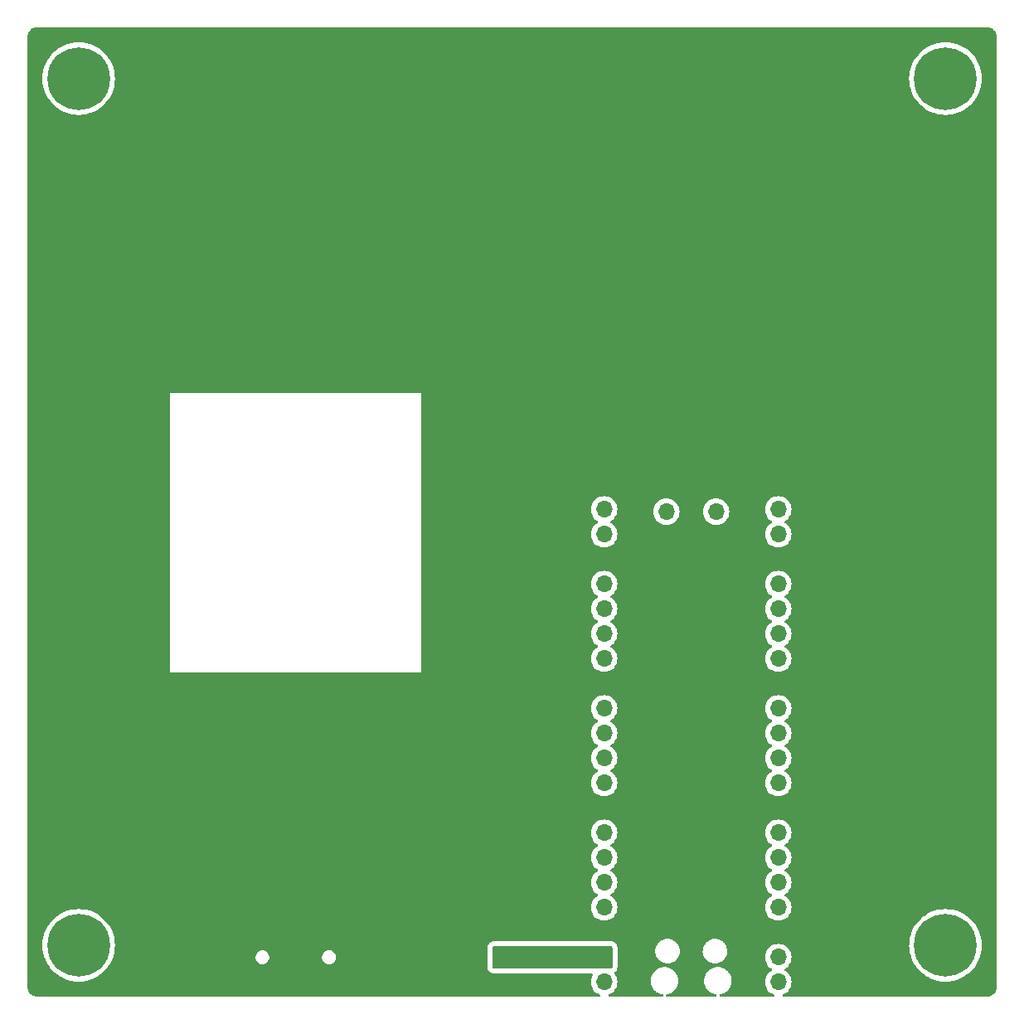
<source format=gbr>
%TF.GenerationSoftware,KiCad,Pcbnew,(7.0.0)*%
%TF.CreationDate,2023-12-08T15:04:05-05:00*%
%TF.ProjectId,Coaster,436f6173-7465-4722-9e6b-696361645f70,rev?*%
%TF.SameCoordinates,Original*%
%TF.FileFunction,Copper,L2,Bot*%
%TF.FilePolarity,Positive*%
%FSLAX46Y46*%
G04 Gerber Fmt 4.6, Leading zero omitted, Abs format (unit mm)*
G04 Created by KiCad (PCBNEW (7.0.0)) date 2023-12-08 15:04:05*
%MOMM*%
%LPD*%
G01*
G04 APERTURE LIST*
%TA.AperFunction,ConnectorPad*%
%ADD10C,6.400000*%
%TD*%
%TA.AperFunction,ComponentPad*%
%ADD11C,3.600000*%
%TD*%
%TA.AperFunction,ComponentPad*%
%ADD12O,1.700000X1.700000*%
%TD*%
%TA.AperFunction,ComponentPad*%
%ADD13R,1.700000X1.700000*%
%TD*%
%TA.AperFunction,ViaPad*%
%ADD14C,0.600000*%
%TD*%
G04 APERTURE END LIST*
D10*
%TO.P,H4,1*%
%TO.N,N/C*%
X182899933Y-49150555D03*
D11*
X182899933Y-49150555D03*
%TD*%
%TO.P,H3,1*%
%TO.N,N/C*%
X182899933Y-137650555D03*
D10*
X182899933Y-137650555D03*
%TD*%
%TO.P,H2,1*%
%TO.N,N/C*%
X94399933Y-137650555D03*
D11*
X94399933Y-137650555D03*
%TD*%
%TO.P,H1,1*%
%TO.N,N/C*%
X94399933Y-49150555D03*
D10*
X94399933Y-49150555D03*
%TD*%
D12*
%TO.P,U2,43,SWDIO*%
%TO.N,unconnected-(U2-SWDIO-Pad43)*%
X154399999Y-93369999D03*
D13*
%TO.P,U2,42,GND*%
%TO.N,GND*%
X156939999Y-93369999D03*
D12*
%TO.P,U2,41,SWCLK*%
%TO.N,unconnected-(U2-SWCLK-Pad41)*%
X159479999Y-93369999D03*
%TO.P,U2,40,VBUS*%
%TO.N,VBUS*%
X148049999Y-141399999D03*
%TO.P,U2,39,VSYS*%
%TO.N,+VDC*%
X148049999Y-138859999D03*
D13*
%TO.P,U2,38,GND*%
%TO.N,GND*%
X148049999Y-136319999D03*
D12*
%TO.P,U2,37,3V3_EN*%
%TO.N,unconnected-(U2-3V3_EN-Pad37)*%
X148049999Y-133779999D03*
%TO.P,U2,36,3V3*%
%TO.N,+3.3V*%
X148049999Y-131239999D03*
%TO.P,U2,35,ADC_VREF*%
%TO.N,unconnected-(U2-ADC_VREF-Pad35)*%
X148049999Y-128699999D03*
%TO.P,U2,34,GPIO28_ADC2*%
%TO.N,unconnected-(U2-GPIO28_ADC2-Pad34)*%
X148049999Y-126159999D03*
D13*
%TO.P,U2,33,AGND*%
%TO.N,GND*%
X148049999Y-123619999D03*
D12*
%TO.P,U2,32,GPIO27_ADC1*%
%TO.N,unconnected-(U2-GPIO27_ADC1-Pad32)*%
X148049999Y-121079999D03*
%TO.P,U2,31,GPIO26_ADC0*%
%TO.N,/BATT_VSENSE*%
X148049999Y-118539999D03*
%TO.P,U2,30,RUN*%
%TO.N,/RESET*%
X148049999Y-115999999D03*
%TO.P,U2,29,GPIO22*%
%TO.N,unconnected-(U2-GPIO22-Pad29)*%
X148049999Y-113459999D03*
D13*
%TO.P,U2,28,GND*%
%TO.N,GND*%
X148049999Y-110919999D03*
D12*
%TO.P,U2,27,GPIO21*%
%TO.N,unconnected-(U2-GPIO21-Pad27)*%
X148049999Y-108379999D03*
%TO.P,U2,26,GPIO20*%
%TO.N,/BACKLIGHT_EN*%
X148049999Y-105839999D03*
%TO.P,U2,25,GPIO19*%
%TO.N,/LCD_MOSI*%
X148049999Y-103299999D03*
%TO.P,U2,24,GPIO18*%
%TO.N,/LCD_SCLK*%
X148049999Y-100759999D03*
D13*
%TO.P,U2,23,GND*%
%TO.N,GND*%
X148049999Y-98219999D03*
D12*
%TO.P,U2,22,GPIO17*%
%TO.N,/LCD_CS_n*%
X148049999Y-95679999D03*
%TO.P,U2,21,GPIO16*%
%TO.N,/LCD_DC*%
X148049999Y-93139999D03*
%TO.P,U2,20,GPIO15*%
%TO.N,/SWY*%
X165829999Y-93139999D03*
%TO.P,U2,19,GPIO14*%
%TO.N,/SWX*%
X165829999Y-95679999D03*
D13*
%TO.P,U2,18,GND*%
%TO.N,GND*%
X165829999Y-98219999D03*
D12*
%TO.P,U2,17,GPIO13*%
%TO.N,/SWB*%
X165829999Y-100759999D03*
%TO.P,U2,16,GPIO12*%
%TO.N,/SWA*%
X165829999Y-103299999D03*
%TO.P,U2,15,GPIO11*%
%TO.N,unconnected-(U2-GPIO11-Pad15)*%
X165829999Y-105839999D03*
%TO.P,U2,14,GPIO10*%
%TO.N,unconnected-(U2-GPIO10-Pad14)*%
X165829999Y-108379999D03*
D13*
%TO.P,U2,13,GND*%
%TO.N,GND*%
X165829999Y-110919999D03*
D12*
%TO.P,U2,12,GPIO9*%
%TO.N,unconnected-(U2-GPIO9-Pad12)*%
X165829999Y-113459999D03*
%TO.P,U2,11,GPIO8*%
%TO.N,/LED_B*%
X165829999Y-115999999D03*
%TO.P,U2,10,GPIO7*%
%TO.N,/LED_G*%
X165829999Y-118539999D03*
%TO.P,U2,9,GPIO6*%
%TO.N,/LED_R*%
X165829999Y-121079999D03*
D13*
%TO.P,U2,8,GND*%
%TO.N,GND*%
X165829999Y-123619999D03*
D12*
%TO.P,U2,7,GPIO5*%
%TO.N,unconnected-(U2-GPIO5-Pad7)*%
X165829999Y-126159999D03*
%TO.P,U2,6,GPIO4*%
%TO.N,unconnected-(U2-GPIO4-Pad6)*%
X165829999Y-128699999D03*
%TO.P,U2,5,GPIO3*%
%TO.N,unconnected-(U2-GPIO3-Pad5)*%
X165829999Y-131239999D03*
%TO.P,U2,4,GPIO2*%
%TO.N,unconnected-(U2-GPIO2-Pad4)*%
X165829999Y-133779999D03*
D13*
%TO.P,U2,3,GND*%
%TO.N,GND*%
X165829999Y-136319999D03*
D12*
%TO.P,U2,2,GPIO1*%
%TO.N,/I2C_SCL*%
X165829999Y-138859999D03*
%TO.P,U2,1,GPIO0*%
%TO.N,/I2C_SDA*%
X165829999Y-141399999D03*
%TD*%
D14*
%TO.N,GND*%
X114850000Y-128870000D03*
X114900000Y-127520000D03*
X116050001Y-127319129D03*
X123851992Y-129226992D03*
X120551992Y-141701992D03*
X120601992Y-136051992D03*
X178775500Y-89150000D03*
X179600000Y-99150000D03*
X176350000Y-95500000D03*
X181600000Y-88950000D03*
X176450000Y-90650000D03*
X139550000Y-61953200D03*
X139550000Y-60753200D03*
X138650000Y-61953200D03*
X138650000Y-60753200D03*
X137800000Y-61953200D03*
X137800000Y-60753200D03*
%TO.N,+VDC*%
X138800000Y-138300000D03*
X138800000Y-139550000D03*
X137950000Y-138300000D03*
X137950000Y-139550000D03*
X137100000Y-138300000D03*
X137100000Y-139550000D03*
%TO.N,GND*%
X130600000Y-130043750D03*
X131350000Y-132050000D03*
X131350000Y-133050000D03*
X130350000Y-133050000D03*
X130350000Y-132050000D03*
X129150000Y-134000000D03*
X132050000Y-135400000D03*
X130100000Y-135150000D03*
X134600000Y-135400000D03*
X133637500Y-130650000D03*
X139725000Y-66304942D03*
X125300000Y-123710758D03*
X128650000Y-123710758D03*
X131850000Y-123723258D03*
X137294621Y-123705379D03*
X127050000Y-135550000D03*
%TD*%
%TA.AperFunction,Conductor*%
%TO.N,+VDC*%
G36*
X148838000Y-137766613D02*
G01*
X148883387Y-137812000D01*
X148900000Y-137874000D01*
X148900000Y-139876000D01*
X148883387Y-139938000D01*
X148838000Y-139983387D01*
X148776000Y-140000000D01*
X136774000Y-140000000D01*
X136712000Y-139983387D01*
X136666613Y-139938000D01*
X136650000Y-139876000D01*
X136650000Y-137874000D01*
X136666613Y-137812000D01*
X136712000Y-137766613D01*
X136774000Y-137750000D01*
X148776000Y-137750000D01*
X148838000Y-137766613D01*
G37*
%TD.AperFunction*%
%TD*%
%TA.AperFunction,Conductor*%
%TO.N,GND*%
G36*
X187083986Y-43900991D02*
G01*
X187144470Y-43900989D01*
X187155273Y-43901460D01*
X187312658Y-43915226D01*
X187333936Y-43918978D01*
X187481293Y-43958459D01*
X187501602Y-43965851D01*
X187562043Y-43994034D01*
X187639869Y-44030324D01*
X187658581Y-44041127D01*
X187778421Y-44125039D01*
X187783544Y-44128626D01*
X187800102Y-44142519D01*
X187907973Y-44250389D01*
X187921867Y-44266948D01*
X188009366Y-44391910D01*
X188020173Y-44410629D01*
X188084644Y-44548889D01*
X188092037Y-44569200D01*
X188131519Y-44716552D01*
X188135272Y-44737840D01*
X188149027Y-44895092D01*
X188149499Y-44905897D01*
X188149499Y-44966499D01*
X188149499Y-44966507D01*
X188149500Y-44966511D01*
X188149500Y-141834597D01*
X188149499Y-141834601D01*
X188149499Y-141834608D01*
X188149499Y-141834609D01*
X188149499Y-141895083D01*
X188149027Y-141905889D01*
X188135260Y-142063263D01*
X188131507Y-142084550D01*
X188092024Y-142231905D01*
X188084631Y-142252217D01*
X188020161Y-142390471D01*
X188009354Y-142409190D01*
X187947711Y-142497225D01*
X187927882Y-142525544D01*
X187921859Y-142534145D01*
X187907965Y-142550703D01*
X187800094Y-142658573D01*
X187783535Y-142672467D01*
X187658575Y-142759962D01*
X187639856Y-142770769D01*
X187501598Y-142835238D01*
X187481287Y-142842630D01*
X187333940Y-142882109D01*
X187312652Y-142885862D01*
X187155023Y-142899649D01*
X187144217Y-142900121D01*
X187084003Y-142900120D01*
X187083986Y-142900120D01*
X187083980Y-142900121D01*
X187083976Y-142900122D01*
X166367863Y-142900122D01*
X166303998Y-142882411D01*
X166258378Y-142834337D01*
X166244033Y-142769632D01*
X166265062Y-142706782D01*
X166315458Y-142663740D01*
X166391126Y-142628455D01*
X166507830Y-142574035D01*
X166701401Y-142438495D01*
X166868495Y-142271401D01*
X167004035Y-142077830D01*
X167103903Y-141863663D01*
X167165063Y-141635408D01*
X167185659Y-141400000D01*
X167165063Y-141164592D01*
X167103903Y-140936337D01*
X167004035Y-140722171D01*
X166868495Y-140528599D01*
X166701401Y-140361505D01*
X166696968Y-140358401D01*
X166696961Y-140358395D01*
X166515842Y-140231575D01*
X166476976Y-140187257D01*
X166462965Y-140130000D01*
X166476976Y-140072743D01*
X166515842Y-140028425D01*
X166696961Y-139901604D01*
X166696961Y-139901603D01*
X166701401Y-139898495D01*
X166868495Y-139731401D01*
X167004035Y-139537830D01*
X167103903Y-139323663D01*
X167165063Y-139095408D01*
X167185659Y-138860000D01*
X167165063Y-138624592D01*
X167103903Y-138396337D01*
X167004035Y-138182171D01*
X166868495Y-137988599D01*
X166701401Y-137821505D01*
X166696970Y-137818402D01*
X166696966Y-137818399D01*
X166512259Y-137689066D01*
X166512257Y-137689064D01*
X166507830Y-137685965D01*
X166502933Y-137683681D01*
X166502927Y-137683678D01*
X166431894Y-137650555D01*
X179194355Y-137650555D01*
X179194525Y-137653799D01*
X179212714Y-138000868D01*
X179214655Y-138037893D01*
X179215160Y-138041086D01*
X179215162Y-138041098D01*
X179274822Y-138417779D01*
X179274824Y-138417792D01*
X179275331Y-138420988D01*
X179276168Y-138424112D01*
X179276170Y-138424121D01*
X179372241Y-138782662D01*
X179375719Y-138795642D01*
X179376876Y-138798657D01*
X179376879Y-138798665D01*
X179493824Y-139103315D01*
X179514719Y-139157749D01*
X179516188Y-139160632D01*
X179516192Y-139160641D01*
X179689011Y-139499818D01*
X179690808Y-139503344D01*
X179902057Y-139828639D01*
X179965661Y-139907183D01*
X180122747Y-140101169D01*
X180146152Y-140130071D01*
X180420417Y-140404336D01*
X180721849Y-140648431D01*
X181047144Y-140859680D01*
X181106399Y-140889872D01*
X181352864Y-141015452D01*
X181392739Y-141035769D01*
X181754846Y-141174769D01*
X182129500Y-141275157D01*
X182512595Y-141335833D01*
X182899933Y-141356133D01*
X183287271Y-141335833D01*
X183670366Y-141275157D01*
X184045020Y-141174769D01*
X184407127Y-141035769D01*
X184752722Y-140859680D01*
X185078017Y-140648431D01*
X185379449Y-140404336D01*
X185653714Y-140130071D01*
X185897809Y-139828639D01*
X186109058Y-139503344D01*
X186285147Y-139157749D01*
X186424147Y-138795642D01*
X186524535Y-138420988D01*
X186585211Y-138037893D01*
X186605511Y-137650555D01*
X186585211Y-137263217D01*
X186524535Y-136880122D01*
X186424147Y-136505468D01*
X186285147Y-136143361D01*
X186109058Y-135797766D01*
X185897809Y-135472471D01*
X185653714Y-135171039D01*
X185379449Y-134896774D01*
X185078017Y-134652679D01*
X184752722Y-134441430D01*
X184749834Y-134439958D01*
X184749828Y-134439955D01*
X184410019Y-134266814D01*
X184410010Y-134266810D01*
X184407127Y-134265341D01*
X184404095Y-134264177D01*
X184048043Y-134127501D01*
X184048035Y-134127498D01*
X184045020Y-134126341D01*
X184041895Y-134125503D01*
X184041890Y-134125502D01*
X183673499Y-134026792D01*
X183673490Y-134026790D01*
X183670366Y-134025953D01*
X183667170Y-134025446D01*
X183667157Y-134025444D01*
X183290476Y-133965784D01*
X183290464Y-133965782D01*
X183287271Y-133965277D01*
X183284036Y-133965107D01*
X183284032Y-133965107D01*
X182903177Y-133945147D01*
X182899933Y-133944977D01*
X182896689Y-133945147D01*
X182515833Y-133965107D01*
X182515827Y-133965107D01*
X182512595Y-133965277D01*
X182509403Y-133965782D01*
X182509389Y-133965784D01*
X182132708Y-134025444D01*
X182132691Y-134025447D01*
X182129500Y-134025953D01*
X182126379Y-134026789D01*
X182126366Y-134026792D01*
X181757975Y-134125502D01*
X181757964Y-134125505D01*
X181754846Y-134126341D01*
X181751835Y-134127496D01*
X181751822Y-134127501D01*
X181395770Y-134264177D01*
X181395761Y-134264180D01*
X181392739Y-134265341D01*
X181389862Y-134266806D01*
X181389846Y-134266814D01*
X181050037Y-134439955D01*
X181050023Y-134439963D01*
X181047144Y-134441430D01*
X181044424Y-134443196D01*
X181044416Y-134443201D01*
X180724577Y-134650907D01*
X180724571Y-134650910D01*
X180721849Y-134652679D01*
X180719329Y-134654719D01*
X180719323Y-134654724D01*
X180422935Y-134894734D01*
X180422924Y-134894743D01*
X180420417Y-134896774D01*
X180418132Y-134899058D01*
X180418122Y-134899068D01*
X180148446Y-135168744D01*
X180148436Y-135168754D01*
X180146152Y-135171039D01*
X180144121Y-135173546D01*
X180144112Y-135173557D01*
X179904102Y-135469945D01*
X179904097Y-135469951D01*
X179902057Y-135472471D01*
X179900288Y-135475193D01*
X179900285Y-135475199D01*
X179692579Y-135795038D01*
X179692574Y-135795046D01*
X179690808Y-135797766D01*
X179689341Y-135800645D01*
X179689333Y-135800659D01*
X179516192Y-136140468D01*
X179516184Y-136140484D01*
X179514719Y-136143361D01*
X179513558Y-136146383D01*
X179513555Y-136146392D01*
X179376879Y-136502444D01*
X179376874Y-136502457D01*
X179375719Y-136505468D01*
X179374883Y-136508586D01*
X179374880Y-136508597D01*
X179276170Y-136876988D01*
X179276167Y-136877001D01*
X179275331Y-136880122D01*
X179274825Y-136883313D01*
X179274822Y-136883330D01*
X179215162Y-137260011D01*
X179215160Y-137260025D01*
X179214655Y-137263217D01*
X179214485Y-137266449D01*
X179214485Y-137266455D01*
X179197807Y-137584694D01*
X179194355Y-137650555D01*
X166431894Y-137650555D01*
X166298572Y-137588386D01*
X166298570Y-137588385D01*
X166293663Y-137586097D01*
X166288438Y-137584697D01*
X166288430Y-137584694D01*
X166070634Y-137526337D01*
X166070630Y-137526336D01*
X166065408Y-137524937D01*
X166060020Y-137524465D01*
X166060017Y-137524465D01*
X165835395Y-137504813D01*
X165830000Y-137504341D01*
X165824605Y-137504813D01*
X165599982Y-137524465D01*
X165599977Y-137524465D01*
X165594592Y-137524937D01*
X165589371Y-137526335D01*
X165589365Y-137526337D01*
X165371569Y-137584694D01*
X165371557Y-137584698D01*
X165366337Y-137586097D01*
X165361432Y-137588383D01*
X165361427Y-137588386D01*
X165157081Y-137683675D01*
X165157077Y-137683677D01*
X165152171Y-137685965D01*
X165147738Y-137689068D01*
X165147731Y-137689073D01*
X164963034Y-137818399D01*
X164963029Y-137818402D01*
X164958599Y-137821505D01*
X164954775Y-137825328D01*
X164954769Y-137825334D01*
X164795334Y-137984769D01*
X164795328Y-137984775D01*
X164791505Y-137988599D01*
X164788402Y-137993029D01*
X164788399Y-137993034D01*
X164659073Y-138177731D01*
X164659068Y-138177738D01*
X164655965Y-138182171D01*
X164653677Y-138187077D01*
X164653675Y-138187081D01*
X164558386Y-138391427D01*
X164558383Y-138391432D01*
X164556097Y-138396337D01*
X164554698Y-138401557D01*
X164554694Y-138401569D01*
X164496337Y-138619365D01*
X164496335Y-138619371D01*
X164494937Y-138624592D01*
X164494465Y-138629977D01*
X164494465Y-138629982D01*
X164476531Y-138834968D01*
X164474341Y-138860000D01*
X164474813Y-138865395D01*
X164488938Y-139026849D01*
X164494937Y-139095408D01*
X164496336Y-139100630D01*
X164496337Y-139100634D01*
X164554694Y-139318430D01*
X164554697Y-139318438D01*
X164556097Y-139323663D01*
X164558385Y-139328570D01*
X164558386Y-139328572D01*
X164653678Y-139532927D01*
X164653681Y-139532933D01*
X164655965Y-139537830D01*
X164659064Y-139542257D01*
X164659066Y-139542259D01*
X164788399Y-139726966D01*
X164788402Y-139726970D01*
X164791505Y-139731401D01*
X164958599Y-139898495D01*
X164963032Y-139901599D01*
X164963038Y-139901604D01*
X165144158Y-140028425D01*
X165183024Y-140072743D01*
X165197035Y-140130000D01*
X165183024Y-140187257D01*
X165144159Y-140231575D01*
X164963041Y-140358395D01*
X164958599Y-140361505D01*
X164954775Y-140365328D01*
X164954769Y-140365334D01*
X164795334Y-140524769D01*
X164795328Y-140524775D01*
X164791505Y-140528599D01*
X164788402Y-140533029D01*
X164788399Y-140533034D01*
X164659073Y-140717731D01*
X164659068Y-140717738D01*
X164655965Y-140722171D01*
X164653677Y-140727077D01*
X164653675Y-140727081D01*
X164558386Y-140931427D01*
X164558383Y-140931432D01*
X164556097Y-140936337D01*
X164554698Y-140941557D01*
X164554694Y-140941569D01*
X164496337Y-141159365D01*
X164496335Y-141159371D01*
X164494937Y-141164592D01*
X164494465Y-141169977D01*
X164494465Y-141169982D01*
X164480038Y-141334880D01*
X164474341Y-141400000D01*
X164474813Y-141405395D01*
X164491111Y-141591685D01*
X164494937Y-141635408D01*
X164496336Y-141640630D01*
X164496337Y-141640634D01*
X164554694Y-141858430D01*
X164554697Y-141858438D01*
X164556097Y-141863663D01*
X164558385Y-141868570D01*
X164558386Y-141868572D01*
X164653678Y-142072927D01*
X164653681Y-142072933D01*
X164655965Y-142077830D01*
X164659064Y-142082257D01*
X164659066Y-142082259D01*
X164788399Y-142266966D01*
X164788402Y-142266970D01*
X164791505Y-142271401D01*
X164958599Y-142438495D01*
X164963031Y-142441598D01*
X164963033Y-142441600D01*
X164969988Y-142446470D01*
X165152170Y-142574035D01*
X165157070Y-142576320D01*
X165157072Y-142576321D01*
X165344542Y-142663740D01*
X165394938Y-142706782D01*
X165415967Y-142769632D01*
X165401622Y-142834337D01*
X165356002Y-142882411D01*
X165292137Y-142900122D01*
X159929255Y-142900122D01*
X159870318Y-142885220D01*
X159825547Y-142844097D01*
X159805702Y-142786637D01*
X159815552Y-142726649D01*
X159852730Y-142678552D01*
X159902799Y-142656344D01*
X159902540Y-142655347D01*
X159951926Y-142642487D01*
X159962760Y-142640177D01*
X160009981Y-142632298D01*
X160021175Y-142628455D01*
X160064945Y-142613428D01*
X160073941Y-142610716D01*
X160133249Y-142595275D01*
X160176649Y-142575656D01*
X160187454Y-142571371D01*
X160224650Y-142558602D01*
X160224649Y-142558602D01*
X160229503Y-142556936D01*
X160283611Y-142527653D01*
X160291541Y-142523721D01*
X160350486Y-142497077D01*
X160387120Y-142472316D01*
X160397503Y-142466018D01*
X160433626Y-142446470D01*
X160453229Y-142431212D01*
X160484879Y-142406578D01*
X160491608Y-142401694D01*
X160493668Y-142400302D01*
X160548003Y-142363579D01*
X160577454Y-142335351D01*
X160587067Y-142327041D01*
X160616784Y-142303913D01*
X160620262Y-142300134D01*
X160620266Y-142300131D01*
X160663070Y-142253632D01*
X160668490Y-142248100D01*
X160720118Y-142198621D01*
X160742343Y-142168569D01*
X160750805Y-142158324D01*
X160773979Y-142133153D01*
X160813233Y-142073067D01*
X160817312Y-142067203D01*
X160861879Y-142006947D01*
X160877166Y-141976624D01*
X160884071Y-141964643D01*
X160900924Y-141938849D01*
X160931130Y-141869984D01*
X160933927Y-141864045D01*
X160969207Y-141794074D01*
X160978152Y-141764864D01*
X160983156Y-141751378D01*
X160994157Y-141726300D01*
X161013450Y-141650110D01*
X161015088Y-141644255D01*
X161019448Y-141630017D01*
X161039016Y-141566123D01*
X161042459Y-141539228D01*
X161045251Y-141524535D01*
X161051134Y-141501305D01*
X161057903Y-141419600D01*
X161058485Y-141414094D01*
X161068629Y-141334880D01*
X161068629Y-141334876D01*
X161069298Y-141329654D01*
X161068291Y-141305961D01*
X161068602Y-141290481D01*
X161070300Y-141270000D01*
X161063248Y-141184905D01*
X161062938Y-141179944D01*
X161060642Y-141125885D01*
X161059180Y-141091468D01*
X161054908Y-141071646D01*
X161052547Y-141055753D01*
X161051134Y-141038695D01*
X161029328Y-140952589D01*
X161028336Y-140948354D01*
X161008954Y-140858419D01*
X161002667Y-140842773D01*
X160997521Y-140826988D01*
X160994157Y-140813700D01*
X160957102Y-140729224D01*
X160955621Y-140725696D01*
X160945546Y-140700623D01*
X160920064Y-140637210D01*
X160913019Y-140625768D01*
X160905054Y-140610567D01*
X160900924Y-140601151D01*
X160848628Y-140521106D01*
X160846879Y-140518350D01*
X160795069Y-140434205D01*
X160788454Y-140426689D01*
X160777733Y-140412592D01*
X160776790Y-140411150D01*
X160773979Y-140406847D01*
X160706876Y-140333953D01*
X160705068Y-140331944D01*
X160670097Y-140292210D01*
X160637564Y-140255245D01*
X160632441Y-140251108D01*
X160624083Y-140243275D01*
X160624031Y-140243333D01*
X160620250Y-140239852D01*
X160616784Y-140236087D01*
X160612748Y-140232946D01*
X160612743Y-140232941D01*
X160535936Y-140173161D01*
X160534198Y-140171783D01*
X160456178Y-140108786D01*
X160452080Y-140105477D01*
X160447482Y-140102908D01*
X160444909Y-140101169D01*
X160442039Y-140099369D01*
X160441965Y-140099484D01*
X160437673Y-140096680D01*
X160433626Y-140093530D01*
X160429119Y-140091091D01*
X160429113Y-140091087D01*
X160340552Y-140043161D01*
X160339094Y-140042359D01*
X160248553Y-139991779D01*
X160248551Y-139991778D01*
X160243954Y-139989210D01*
X160238987Y-139987454D01*
X160237804Y-139986920D01*
X160233441Y-139985194D01*
X160229503Y-139983064D01*
X160224656Y-139981400D01*
X160126278Y-139947626D01*
X160125234Y-139947262D01*
X160024143Y-139911545D01*
X160024135Y-139911543D01*
X160019171Y-139909789D01*
X160013980Y-139908898D01*
X160012557Y-139908528D01*
X160012114Y-139908434D01*
X160009981Y-139907702D01*
X160004940Y-139906860D01*
X160004933Y-139906859D01*
X159898772Y-139889144D01*
X159898533Y-139889103D01*
X159784200Y-139869500D01*
X159781049Y-139869500D01*
X159548951Y-139869500D01*
X159543888Y-139870344D01*
X159543885Y-139870345D01*
X159494992Y-139878503D01*
X159485102Y-139879747D01*
X159432704Y-139884207D01*
X159432697Y-139884208D01*
X159427459Y-139884654D01*
X159422373Y-139885977D01*
X159422368Y-139885979D01*
X159378078Y-139897511D01*
X159367248Y-139899819D01*
X159325083Y-139906855D01*
X159325060Y-139906860D01*
X159320019Y-139907702D01*
X159315179Y-139909363D01*
X159315173Y-139909365D01*
X159265067Y-139926567D01*
X159256052Y-139929284D01*
X159201846Y-139943398D01*
X159201842Y-139943399D01*
X159196751Y-139944725D01*
X159191962Y-139946889D01*
X159191944Y-139946896D01*
X159153361Y-139964337D01*
X159142554Y-139968624D01*
X159105358Y-139981394D01*
X159105346Y-139981399D01*
X159100497Y-139983064D01*
X159095985Y-139985505D01*
X159095982Y-139985507D01*
X159046396Y-140012341D01*
X159038459Y-140016276D01*
X158984316Y-140040751D01*
X158984303Y-140040757D01*
X158979514Y-140042923D01*
X158975160Y-140045864D01*
X158975152Y-140045870D01*
X158942881Y-140067680D01*
X158932472Y-140073993D01*
X158900888Y-140091087D01*
X158896374Y-140093530D01*
X158892330Y-140096677D01*
X158892320Y-140096684D01*
X158845124Y-140133417D01*
X158838403Y-140138296D01*
X158788859Y-140171783D01*
X158781997Y-140176421D01*
X158778200Y-140180059D01*
X158778190Y-140180068D01*
X158752549Y-140204643D01*
X158742916Y-140212969D01*
X158717267Y-140232932D01*
X158717253Y-140232944D01*
X158713216Y-140236087D01*
X158709745Y-140239856D01*
X158709741Y-140239861D01*
X158666927Y-140286369D01*
X158661499Y-140291907D01*
X158613685Y-140337733D01*
X158613678Y-140337739D01*
X158609882Y-140341379D01*
X158606751Y-140345612D01*
X158606746Y-140345618D01*
X158587659Y-140371425D01*
X158579197Y-140381670D01*
X158559492Y-140403075D01*
X158559484Y-140403084D01*
X158556021Y-140406847D01*
X158553221Y-140411132D01*
X158553216Y-140411139D01*
X158516781Y-140466906D01*
X158512671Y-140472814D01*
X158471253Y-140528816D01*
X158471245Y-140528828D01*
X158468121Y-140533053D01*
X158465758Y-140537739D01*
X158465749Y-140537754D01*
X158452827Y-140563383D01*
X158445918Y-140575370D01*
X158429076Y-140601151D01*
X158427017Y-140605845D01*
X158427016Y-140605847D01*
X158398886Y-140669975D01*
X158396055Y-140675986D01*
X158363164Y-140741222D01*
X158363161Y-140741228D01*
X158360793Y-140745926D01*
X158359250Y-140750961D01*
X158359249Y-140750966D01*
X158351847Y-140775132D01*
X158346843Y-140788619D01*
X158337902Y-140809004D01*
X158337899Y-140809011D01*
X158335843Y-140813700D01*
X158334585Y-140818665D01*
X158334585Y-140818667D01*
X158316552Y-140889872D01*
X158314912Y-140895737D01*
X158292528Y-140968833D01*
X158292526Y-140968840D01*
X158290984Y-140973877D01*
X158290315Y-140979101D01*
X158287538Y-141000778D01*
X158284751Y-141015452D01*
X158278866Y-141038695D01*
X158278443Y-141043805D01*
X158278442Y-141043810D01*
X158272097Y-141120377D01*
X158271517Y-141125885D01*
X158263958Y-141184922D01*
X158260702Y-141210346D01*
X158260925Y-141215602D01*
X158260925Y-141215606D01*
X158261707Y-141234026D01*
X158261396Y-141249518D01*
X158260123Y-141264889D01*
X158259700Y-141270000D01*
X158260123Y-141275106D01*
X158266750Y-141355097D01*
X158267061Y-141360071D01*
X158269591Y-141419607D01*
X158270820Y-141448532D01*
X158271928Y-141453676D01*
X158271929Y-141453679D01*
X158275093Y-141468358D01*
X158277451Y-141484234D01*
X158278442Y-141496197D01*
X158278443Y-141496204D01*
X158278866Y-141501305D01*
X158280123Y-141506270D01*
X158280124Y-141506274D01*
X158300660Y-141587372D01*
X158301671Y-141591685D01*
X158319935Y-141676429D01*
X158319937Y-141676436D01*
X158321046Y-141681581D01*
X158323012Y-141686473D01*
X158327334Y-141697230D01*
X158332478Y-141713013D01*
X158334583Y-141721327D01*
X158334584Y-141721330D01*
X158335843Y-141726300D01*
X158337901Y-141730993D01*
X158337905Y-141731003D01*
X158372875Y-141810727D01*
X158374370Y-141814284D01*
X158409936Y-141902790D01*
X158412694Y-141907270D01*
X158412695Y-141907271D01*
X158416980Y-141914231D01*
X158424943Y-141929430D01*
X158427008Y-141934137D01*
X158427013Y-141934147D01*
X158429076Y-141938849D01*
X158431881Y-141943142D01*
X158431883Y-141943146D01*
X158481366Y-142018886D01*
X158483146Y-142021692D01*
X158511150Y-142067173D01*
X158534931Y-142105795D01*
X158541539Y-142113303D01*
X158552267Y-142127408D01*
X158553213Y-142128856D01*
X158553216Y-142128860D01*
X158556021Y-142133153D01*
X158559496Y-142136928D01*
X158559497Y-142136929D01*
X158623077Y-142205996D01*
X158624930Y-142208054D01*
X158692436Y-142284755D01*
X158696532Y-142288063D01*
X158696538Y-142288068D01*
X158697567Y-142288899D01*
X158705920Y-142296727D01*
X158705973Y-142296670D01*
X158709744Y-142300141D01*
X158713216Y-142303913D01*
X158753617Y-142335358D01*
X158794062Y-142366837D01*
X158795795Y-142368211D01*
X158877920Y-142434523D01*
X158882523Y-142437094D01*
X158886881Y-142440040D01*
X158886789Y-142440174D01*
X158887809Y-142440860D01*
X158888035Y-142440516D01*
X158892324Y-142443318D01*
X158896374Y-142446470D01*
X158989504Y-142496869D01*
X158990844Y-142497606D01*
X159086046Y-142550790D01*
X159091021Y-142552547D01*
X159092190Y-142553076D01*
X159096552Y-142554801D01*
X159100497Y-142556936D01*
X159203944Y-142592449D01*
X159204697Y-142592712D01*
X159305858Y-142628455D01*
X159305862Y-142628456D01*
X159310829Y-142630211D01*
X159316021Y-142631100D01*
X159317439Y-142631470D01*
X159317880Y-142631563D01*
X159320019Y-142632298D01*
X159431197Y-142650849D01*
X159431528Y-142650906D01*
X159449025Y-142653906D01*
X159504595Y-142678553D01*
X159541772Y-142726651D01*
X159551621Y-142786638D01*
X159531775Y-142844098D01*
X159487004Y-142885221D01*
X159428068Y-142900122D01*
X154479255Y-142900122D01*
X154420318Y-142885220D01*
X154375547Y-142844097D01*
X154355702Y-142786637D01*
X154365552Y-142726649D01*
X154402730Y-142678552D01*
X154452799Y-142656344D01*
X154452540Y-142655347D01*
X154501926Y-142642487D01*
X154512760Y-142640177D01*
X154559981Y-142632298D01*
X154571175Y-142628455D01*
X154614945Y-142613428D01*
X154623941Y-142610716D01*
X154683249Y-142595275D01*
X154726649Y-142575656D01*
X154737454Y-142571371D01*
X154774650Y-142558602D01*
X154774649Y-142558602D01*
X154779503Y-142556936D01*
X154833611Y-142527653D01*
X154841541Y-142523721D01*
X154900486Y-142497077D01*
X154937120Y-142472316D01*
X154947503Y-142466018D01*
X154983626Y-142446470D01*
X155003229Y-142431212D01*
X155034879Y-142406578D01*
X155041608Y-142401694D01*
X155043668Y-142400302D01*
X155098003Y-142363579D01*
X155127454Y-142335351D01*
X155137067Y-142327041D01*
X155166784Y-142303913D01*
X155170262Y-142300134D01*
X155170266Y-142300131D01*
X155213070Y-142253632D01*
X155218490Y-142248100D01*
X155270118Y-142198621D01*
X155292343Y-142168569D01*
X155300805Y-142158324D01*
X155323979Y-142133153D01*
X155363233Y-142073067D01*
X155367312Y-142067203D01*
X155411879Y-142006947D01*
X155427166Y-141976624D01*
X155434071Y-141964643D01*
X155450924Y-141938849D01*
X155481130Y-141869984D01*
X155483927Y-141864045D01*
X155519207Y-141794074D01*
X155528152Y-141764864D01*
X155533156Y-141751378D01*
X155544157Y-141726300D01*
X155563450Y-141650110D01*
X155565088Y-141644255D01*
X155569448Y-141630017D01*
X155589016Y-141566123D01*
X155592459Y-141539228D01*
X155595251Y-141524535D01*
X155601134Y-141501305D01*
X155607903Y-141419600D01*
X155608485Y-141414094D01*
X155618629Y-141334880D01*
X155618629Y-141334876D01*
X155619298Y-141329654D01*
X155618291Y-141305961D01*
X155618602Y-141290481D01*
X155620300Y-141270000D01*
X155613248Y-141184905D01*
X155612938Y-141179944D01*
X155610642Y-141125885D01*
X155609180Y-141091468D01*
X155604908Y-141071646D01*
X155602547Y-141055753D01*
X155601134Y-141038695D01*
X155579328Y-140952589D01*
X155578336Y-140948354D01*
X155558954Y-140858419D01*
X155552667Y-140842773D01*
X155547521Y-140826988D01*
X155544157Y-140813700D01*
X155507102Y-140729224D01*
X155505621Y-140725696D01*
X155495546Y-140700623D01*
X155470064Y-140637210D01*
X155463019Y-140625768D01*
X155455054Y-140610567D01*
X155450924Y-140601151D01*
X155398628Y-140521106D01*
X155396879Y-140518350D01*
X155345069Y-140434205D01*
X155338454Y-140426689D01*
X155327733Y-140412592D01*
X155326790Y-140411150D01*
X155323979Y-140406847D01*
X155256876Y-140333953D01*
X155255068Y-140331944D01*
X155220097Y-140292210D01*
X155187564Y-140255245D01*
X155182441Y-140251108D01*
X155174083Y-140243275D01*
X155174031Y-140243333D01*
X155170250Y-140239852D01*
X155166784Y-140236087D01*
X155162748Y-140232946D01*
X155162743Y-140232941D01*
X155085936Y-140173161D01*
X155084198Y-140171783D01*
X155006178Y-140108786D01*
X155002080Y-140105477D01*
X154997482Y-140102908D01*
X154994909Y-140101169D01*
X154992039Y-140099369D01*
X154991965Y-140099484D01*
X154987673Y-140096680D01*
X154983626Y-140093530D01*
X154979119Y-140091091D01*
X154979113Y-140091087D01*
X154890552Y-140043161D01*
X154889094Y-140042359D01*
X154798553Y-139991779D01*
X154798551Y-139991778D01*
X154793954Y-139989210D01*
X154788987Y-139987454D01*
X154787804Y-139986920D01*
X154783441Y-139985194D01*
X154779503Y-139983064D01*
X154774656Y-139981400D01*
X154676278Y-139947626D01*
X154675234Y-139947262D01*
X154574143Y-139911545D01*
X154574135Y-139911543D01*
X154569171Y-139909789D01*
X154563980Y-139908898D01*
X154562557Y-139908528D01*
X154562114Y-139908434D01*
X154559981Y-139907702D01*
X154554940Y-139906860D01*
X154554933Y-139906859D01*
X154448772Y-139889144D01*
X154448533Y-139889103D01*
X154334200Y-139869500D01*
X154331049Y-139869500D01*
X154098951Y-139869500D01*
X154093888Y-139870344D01*
X154093885Y-139870345D01*
X154044992Y-139878503D01*
X154035102Y-139879747D01*
X153982704Y-139884207D01*
X153982697Y-139884208D01*
X153977459Y-139884654D01*
X153972373Y-139885977D01*
X153972368Y-139885979D01*
X153928078Y-139897511D01*
X153917248Y-139899819D01*
X153875083Y-139906855D01*
X153875060Y-139906860D01*
X153870019Y-139907702D01*
X153865179Y-139909363D01*
X153865173Y-139909365D01*
X153815067Y-139926567D01*
X153806052Y-139929284D01*
X153751846Y-139943398D01*
X153751842Y-139943399D01*
X153746751Y-139944725D01*
X153741962Y-139946889D01*
X153741944Y-139946896D01*
X153703361Y-139964337D01*
X153692554Y-139968624D01*
X153655358Y-139981394D01*
X153655346Y-139981399D01*
X153650497Y-139983064D01*
X153645985Y-139985505D01*
X153645982Y-139985507D01*
X153596396Y-140012341D01*
X153588459Y-140016276D01*
X153534316Y-140040751D01*
X153534303Y-140040757D01*
X153529514Y-140042923D01*
X153525160Y-140045864D01*
X153525152Y-140045870D01*
X153492881Y-140067680D01*
X153482472Y-140073993D01*
X153450888Y-140091087D01*
X153446374Y-140093530D01*
X153442330Y-140096677D01*
X153442320Y-140096684D01*
X153395124Y-140133417D01*
X153388403Y-140138296D01*
X153338859Y-140171783D01*
X153331997Y-140176421D01*
X153328200Y-140180059D01*
X153328190Y-140180068D01*
X153302549Y-140204643D01*
X153292916Y-140212969D01*
X153267267Y-140232932D01*
X153267253Y-140232944D01*
X153263216Y-140236087D01*
X153259745Y-140239856D01*
X153259741Y-140239861D01*
X153216927Y-140286369D01*
X153211499Y-140291907D01*
X153163685Y-140337733D01*
X153163678Y-140337739D01*
X153159882Y-140341379D01*
X153156751Y-140345612D01*
X153156746Y-140345618D01*
X153137659Y-140371425D01*
X153129197Y-140381670D01*
X153109492Y-140403075D01*
X153109484Y-140403084D01*
X153106021Y-140406847D01*
X153103221Y-140411132D01*
X153103216Y-140411139D01*
X153066781Y-140466906D01*
X153062671Y-140472814D01*
X153021253Y-140528816D01*
X153021245Y-140528828D01*
X153018121Y-140533053D01*
X153015758Y-140537739D01*
X153015749Y-140537754D01*
X153002827Y-140563383D01*
X152995918Y-140575370D01*
X152979076Y-140601151D01*
X152977017Y-140605845D01*
X152977016Y-140605847D01*
X152948886Y-140669975D01*
X152946055Y-140675986D01*
X152913164Y-140741222D01*
X152913161Y-140741228D01*
X152910793Y-140745926D01*
X152909250Y-140750961D01*
X152909249Y-140750966D01*
X152901847Y-140775132D01*
X152896843Y-140788619D01*
X152887902Y-140809004D01*
X152887899Y-140809011D01*
X152885843Y-140813700D01*
X152884585Y-140818665D01*
X152884585Y-140818667D01*
X152866552Y-140889872D01*
X152864912Y-140895737D01*
X152842528Y-140968833D01*
X152842526Y-140968840D01*
X152840984Y-140973877D01*
X152840315Y-140979101D01*
X152837538Y-141000778D01*
X152834751Y-141015452D01*
X152828866Y-141038695D01*
X152828443Y-141043805D01*
X152828442Y-141043810D01*
X152822097Y-141120377D01*
X152821517Y-141125885D01*
X152813958Y-141184922D01*
X152810702Y-141210346D01*
X152810925Y-141215602D01*
X152810925Y-141215606D01*
X152811707Y-141234026D01*
X152811396Y-141249518D01*
X152810123Y-141264889D01*
X152809700Y-141270000D01*
X152810123Y-141275106D01*
X152816750Y-141355097D01*
X152817061Y-141360071D01*
X152819591Y-141419607D01*
X152820820Y-141448532D01*
X152821928Y-141453676D01*
X152821929Y-141453679D01*
X152825093Y-141468358D01*
X152827451Y-141484234D01*
X152828442Y-141496197D01*
X152828443Y-141496204D01*
X152828866Y-141501305D01*
X152830123Y-141506270D01*
X152830124Y-141506274D01*
X152850660Y-141587372D01*
X152851671Y-141591685D01*
X152869935Y-141676429D01*
X152869937Y-141676436D01*
X152871046Y-141681581D01*
X152873012Y-141686473D01*
X152877334Y-141697230D01*
X152882478Y-141713013D01*
X152884583Y-141721327D01*
X152884584Y-141721330D01*
X152885843Y-141726300D01*
X152887901Y-141730993D01*
X152887905Y-141731003D01*
X152922875Y-141810727D01*
X152924370Y-141814284D01*
X152959936Y-141902790D01*
X152962694Y-141907270D01*
X152962695Y-141907271D01*
X152966980Y-141914231D01*
X152974943Y-141929430D01*
X152977008Y-141934137D01*
X152977013Y-141934147D01*
X152979076Y-141938849D01*
X152981881Y-141943142D01*
X152981883Y-141943146D01*
X153031366Y-142018886D01*
X153033146Y-142021692D01*
X153061150Y-142067173D01*
X153084931Y-142105795D01*
X153091539Y-142113303D01*
X153102267Y-142127408D01*
X153103213Y-142128856D01*
X153103216Y-142128860D01*
X153106021Y-142133153D01*
X153109496Y-142136928D01*
X153109497Y-142136929D01*
X153173077Y-142205996D01*
X153174930Y-142208054D01*
X153242436Y-142284755D01*
X153246532Y-142288063D01*
X153246538Y-142288068D01*
X153247567Y-142288899D01*
X153255920Y-142296727D01*
X153255973Y-142296670D01*
X153259744Y-142300141D01*
X153263216Y-142303913D01*
X153303617Y-142335358D01*
X153344062Y-142366837D01*
X153345795Y-142368211D01*
X153427920Y-142434523D01*
X153432523Y-142437094D01*
X153436881Y-142440040D01*
X153436789Y-142440174D01*
X153437809Y-142440860D01*
X153438035Y-142440516D01*
X153442324Y-142443318D01*
X153446374Y-142446470D01*
X153539504Y-142496869D01*
X153540844Y-142497606D01*
X153636046Y-142550790D01*
X153641021Y-142552547D01*
X153642190Y-142553076D01*
X153646552Y-142554801D01*
X153650497Y-142556936D01*
X153753944Y-142592449D01*
X153754697Y-142592712D01*
X153855858Y-142628455D01*
X153855862Y-142628456D01*
X153860829Y-142630211D01*
X153866021Y-142631100D01*
X153867439Y-142631470D01*
X153867880Y-142631563D01*
X153870019Y-142632298D01*
X153981197Y-142650849D01*
X153981528Y-142650906D01*
X153999025Y-142653906D01*
X154054595Y-142678553D01*
X154091772Y-142726651D01*
X154101621Y-142786638D01*
X154081775Y-142844098D01*
X154037004Y-142885221D01*
X153978068Y-142900122D01*
X148587863Y-142900122D01*
X148523998Y-142882411D01*
X148478378Y-142834337D01*
X148464033Y-142769632D01*
X148485062Y-142706782D01*
X148535458Y-142663740D01*
X148611126Y-142628455D01*
X148727830Y-142574035D01*
X148921401Y-142438495D01*
X149088495Y-142271401D01*
X149224035Y-142077830D01*
X149323903Y-141863663D01*
X149385063Y-141635408D01*
X149405659Y-141400000D01*
X149385063Y-141164592D01*
X149323903Y-140936337D01*
X149224035Y-140722171D01*
X149151405Y-140618444D01*
X149108433Y-140557073D01*
X149086650Y-140498552D01*
X149096149Y-140436836D01*
X149134519Y-140387576D01*
X149195442Y-140340829D01*
X149240829Y-140295442D01*
X149321163Y-140190750D01*
X149371662Y-140068834D01*
X149388275Y-140006834D01*
X149405500Y-139876000D01*
X149405500Y-138861817D01*
X149405659Y-138860000D01*
X149405500Y-138858183D01*
X149405500Y-138240000D01*
X153259723Y-138240000D01*
X153261332Y-138258399D01*
X153261678Y-138274750D01*
X153260959Y-138290765D01*
X153260959Y-138290773D01*
X153260710Y-138296330D01*
X153261456Y-138301844D01*
X153261457Y-138301845D01*
X153271444Y-138375576D01*
X153272094Y-138381412D01*
X153278321Y-138452585D01*
X153278793Y-138457977D01*
X153280192Y-138463199D01*
X153280193Y-138463203D01*
X153284461Y-138479131D01*
X153287564Y-138494577D01*
X153290178Y-138513878D01*
X153290179Y-138513885D01*
X153290925Y-138519387D01*
X153292641Y-138524668D01*
X153292643Y-138524677D01*
X153314573Y-138592169D01*
X153316417Y-138598393D01*
X153325437Y-138632055D01*
X153335425Y-138669330D01*
X153337710Y-138674230D01*
X153337714Y-138674241D01*
X153346135Y-138692300D01*
X153351682Y-138706381D01*
X153358761Y-138728166D01*
X153358763Y-138728171D01*
X153360483Y-138733464D01*
X153363118Y-138738360D01*
X153363122Y-138738370D01*
X153395127Y-138797846D01*
X153398315Y-138804199D01*
X153427898Y-138867639D01*
X153431004Y-138872076D01*
X153431006Y-138872078D01*
X153444406Y-138891215D01*
X153452025Y-138903578D01*
X153467148Y-138931681D01*
X153495583Y-138967337D01*
X153510587Y-138986152D01*
X153515214Y-138992341D01*
X153550290Y-139042434D01*
X153550295Y-139042440D01*
X153553402Y-139046877D01*
X153557231Y-139050706D01*
X153557233Y-139050708D01*
X153576186Y-139069661D01*
X153585452Y-139080029D01*
X153597716Y-139095408D01*
X153607492Y-139107666D01*
X153611679Y-139111324D01*
X153611680Y-139111325D01*
X153657388Y-139151259D01*
X153663483Y-139156958D01*
X153708123Y-139201598D01*
X153712562Y-139204706D01*
X153712567Y-139204710D01*
X153737329Y-139222048D01*
X153747794Y-139230245D01*
X153772806Y-139252098D01*
X153772811Y-139252101D01*
X153777004Y-139255765D01*
X153781784Y-139258621D01*
X153781787Y-139258623D01*
X153830923Y-139287980D01*
X153838449Y-139292854D01*
X153882923Y-139323995D01*
X153882927Y-139323997D01*
X153887361Y-139327102D01*
X153922799Y-139343627D01*
X153933991Y-139349560D01*
X153970236Y-139371215D01*
X153975452Y-139373172D01*
X153975451Y-139373172D01*
X154025838Y-139392082D01*
X154034660Y-139395787D01*
X154085670Y-139419575D01*
X154115326Y-139427521D01*
X154126757Y-139430584D01*
X154138233Y-139434265D01*
X154180976Y-139450307D01*
X154236024Y-139460296D01*
X154245973Y-139462528D01*
X154291790Y-139474805D01*
X154291792Y-139474805D01*
X154297023Y-139476207D01*
X154341197Y-139480071D01*
X154342814Y-139480213D01*
X154354148Y-139481734D01*
X154371460Y-139484875D01*
X154402453Y-139490500D01*
X154454985Y-139490500D01*
X154465792Y-139490972D01*
X154515000Y-139495277D01*
X154568283Y-139490615D01*
X154570026Y-139490500D01*
X154571155Y-139490500D01*
X154625172Y-139485638D01*
X154625180Y-139485727D01*
X154625479Y-139485611D01*
X154732977Y-139476207D01*
X154734499Y-139475798D01*
X154739188Y-139475377D01*
X154842621Y-139446829D01*
X154843422Y-139446611D01*
X154944330Y-139419575D01*
X154947417Y-139418134D01*
X154949344Y-139417519D01*
X154950783Y-139416978D01*
X154956170Y-139415493D01*
X155049951Y-139370329D01*
X155051007Y-139369830D01*
X155142639Y-139327102D01*
X155147089Y-139323984D01*
X155147602Y-139323689D01*
X155152677Y-139321007D01*
X155153942Y-139320250D01*
X155158973Y-139317829D01*
X155240325Y-139258721D01*
X155241993Y-139257531D01*
X155321877Y-139201598D01*
X155325712Y-139197763D01*
X155329857Y-139194285D01*
X155330039Y-139194502D01*
X155332397Y-139192488D01*
X155332375Y-139192462D01*
X155336568Y-139188797D01*
X155341078Y-139185522D01*
X155408196Y-139115320D01*
X155410054Y-139113419D01*
X155476598Y-139046877D01*
X155479710Y-139042431D01*
X155482953Y-139038567D01*
X155491239Y-139028465D01*
X155496632Y-139022825D01*
X155548256Y-138944616D01*
X155550106Y-138941895D01*
X155602102Y-138867639D01*
X155605535Y-138860277D01*
X155614438Y-138844356D01*
X155614830Y-138843761D01*
X155620635Y-138834968D01*
X155656104Y-138751982D01*
X155657735Y-138748331D01*
X155664668Y-138733464D01*
X155694575Y-138669330D01*
X155697569Y-138658152D01*
X155703325Y-138641505D01*
X155709103Y-138627988D01*
X155728436Y-138543279D01*
X155729533Y-138538863D01*
X155749804Y-138463213D01*
X155749804Y-138463212D01*
X155751207Y-138457977D01*
X155752516Y-138443005D01*
X155755153Y-138426227D01*
X155757081Y-138417779D01*
X155759191Y-138408537D01*
X155762932Y-138325227D01*
X155763279Y-138319984D01*
X155769805Y-138245395D01*
X155770277Y-138240000D01*
X158109723Y-138240000D01*
X158111332Y-138258399D01*
X158111678Y-138274750D01*
X158110959Y-138290765D01*
X158110959Y-138290773D01*
X158110710Y-138296330D01*
X158111456Y-138301844D01*
X158111457Y-138301845D01*
X158121444Y-138375576D01*
X158122094Y-138381412D01*
X158128321Y-138452585D01*
X158128793Y-138457977D01*
X158130192Y-138463199D01*
X158130193Y-138463203D01*
X158134461Y-138479131D01*
X158137564Y-138494577D01*
X158140178Y-138513878D01*
X158140179Y-138513885D01*
X158140925Y-138519387D01*
X158142641Y-138524668D01*
X158142643Y-138524677D01*
X158164573Y-138592169D01*
X158166417Y-138598393D01*
X158175437Y-138632055D01*
X158185425Y-138669330D01*
X158187710Y-138674230D01*
X158187714Y-138674241D01*
X158196135Y-138692300D01*
X158201682Y-138706381D01*
X158208761Y-138728166D01*
X158208763Y-138728171D01*
X158210483Y-138733464D01*
X158213118Y-138738360D01*
X158213122Y-138738370D01*
X158245127Y-138797846D01*
X158248315Y-138804199D01*
X158277898Y-138867639D01*
X158281004Y-138872076D01*
X158281006Y-138872078D01*
X158294406Y-138891215D01*
X158302025Y-138903578D01*
X158317148Y-138931681D01*
X158345583Y-138967337D01*
X158360587Y-138986152D01*
X158365214Y-138992341D01*
X158400290Y-139042434D01*
X158400295Y-139042440D01*
X158403402Y-139046877D01*
X158407231Y-139050706D01*
X158407233Y-139050708D01*
X158426186Y-139069661D01*
X158435452Y-139080029D01*
X158447716Y-139095408D01*
X158457492Y-139107666D01*
X158461679Y-139111324D01*
X158461680Y-139111325D01*
X158507388Y-139151259D01*
X158513483Y-139156958D01*
X158558123Y-139201598D01*
X158562562Y-139204706D01*
X158562567Y-139204710D01*
X158587329Y-139222048D01*
X158597794Y-139230245D01*
X158622806Y-139252098D01*
X158622811Y-139252101D01*
X158627004Y-139255765D01*
X158631784Y-139258621D01*
X158631787Y-139258623D01*
X158680923Y-139287980D01*
X158688449Y-139292854D01*
X158732923Y-139323995D01*
X158732927Y-139323997D01*
X158737361Y-139327102D01*
X158772799Y-139343627D01*
X158783991Y-139349560D01*
X158820236Y-139371215D01*
X158825452Y-139373172D01*
X158825451Y-139373172D01*
X158875838Y-139392082D01*
X158884660Y-139395787D01*
X158935670Y-139419575D01*
X158965326Y-139427521D01*
X158976757Y-139430584D01*
X158988233Y-139434265D01*
X159030976Y-139450307D01*
X159086024Y-139460296D01*
X159095973Y-139462528D01*
X159141790Y-139474805D01*
X159141792Y-139474805D01*
X159147023Y-139476207D01*
X159191197Y-139480071D01*
X159192814Y-139480213D01*
X159204148Y-139481734D01*
X159221460Y-139484875D01*
X159252453Y-139490500D01*
X159304985Y-139490500D01*
X159315792Y-139490972D01*
X159365000Y-139495277D01*
X159418283Y-139490615D01*
X159420026Y-139490500D01*
X159421155Y-139490500D01*
X159475172Y-139485638D01*
X159475180Y-139485727D01*
X159475479Y-139485611D01*
X159582977Y-139476207D01*
X159584499Y-139475798D01*
X159589188Y-139475377D01*
X159692621Y-139446829D01*
X159693422Y-139446611D01*
X159794330Y-139419575D01*
X159797417Y-139418134D01*
X159799344Y-139417519D01*
X159800783Y-139416978D01*
X159806170Y-139415493D01*
X159899951Y-139370329D01*
X159901007Y-139369830D01*
X159992639Y-139327102D01*
X159997089Y-139323984D01*
X159997602Y-139323689D01*
X160002677Y-139321007D01*
X160003942Y-139320250D01*
X160008973Y-139317829D01*
X160090325Y-139258721D01*
X160091993Y-139257531D01*
X160171877Y-139201598D01*
X160175712Y-139197763D01*
X160179857Y-139194285D01*
X160180039Y-139194502D01*
X160182397Y-139192488D01*
X160182375Y-139192462D01*
X160186568Y-139188797D01*
X160191078Y-139185522D01*
X160258196Y-139115320D01*
X160260054Y-139113419D01*
X160326598Y-139046877D01*
X160329710Y-139042431D01*
X160332953Y-139038567D01*
X160341239Y-139028465D01*
X160346632Y-139022825D01*
X160398256Y-138944616D01*
X160400106Y-138941895D01*
X160452102Y-138867639D01*
X160455535Y-138860277D01*
X160464438Y-138844356D01*
X160464830Y-138843761D01*
X160470635Y-138834968D01*
X160506104Y-138751982D01*
X160507735Y-138748331D01*
X160514668Y-138733464D01*
X160544575Y-138669330D01*
X160547569Y-138658152D01*
X160553325Y-138641505D01*
X160559103Y-138627988D01*
X160578436Y-138543279D01*
X160579533Y-138538863D01*
X160599804Y-138463213D01*
X160599804Y-138463212D01*
X160601207Y-138457977D01*
X160602516Y-138443005D01*
X160605153Y-138426227D01*
X160607081Y-138417779D01*
X160609191Y-138408537D01*
X160612932Y-138325227D01*
X160613279Y-138319984D01*
X160619805Y-138245395D01*
X160620277Y-138240000D01*
X160618667Y-138221608D01*
X160618321Y-138205239D01*
X160619040Y-138189229D01*
X160619290Y-138183670D01*
X160608549Y-138104380D01*
X160607905Y-138098600D01*
X160601207Y-138022023D01*
X160595537Y-138000866D01*
X160592434Y-137985414D01*
X160589823Y-137966136D01*
X160589075Y-137960613D01*
X160565421Y-137887816D01*
X160563578Y-137881592D01*
X160555652Y-137852012D01*
X160544575Y-137810670D01*
X160533861Y-137787696D01*
X160528316Y-137773617D01*
X160521239Y-137751834D01*
X160521236Y-137751827D01*
X160519517Y-137746536D01*
X160486922Y-137685965D01*
X160484869Y-137682149D01*
X160481681Y-137675794D01*
X160454390Y-137617269D01*
X160452102Y-137612362D01*
X160435591Y-137588782D01*
X160427975Y-137576423D01*
X160415491Y-137553223D01*
X160415490Y-137553221D01*
X160412852Y-137548319D01*
X160378157Y-137504813D01*
X160369404Y-137493837D01*
X160364776Y-137487647D01*
X160329703Y-137437558D01*
X160326598Y-137433123D01*
X160303812Y-137410337D01*
X160294546Y-137399968D01*
X160275981Y-137376689D01*
X160275980Y-137376688D01*
X160272508Y-137372334D01*
X160268318Y-137368673D01*
X160268313Y-137368668D01*
X160222610Y-137328738D01*
X160216514Y-137323039D01*
X160175706Y-137282231D01*
X160171877Y-137278402D01*
X160149559Y-137262775D01*
X160142664Y-137257947D01*
X160132202Y-137249752D01*
X160126796Y-137245029D01*
X160102996Y-137224235D01*
X160049065Y-137192013D01*
X160041550Y-137187145D01*
X159997073Y-137156002D01*
X159997067Y-137155998D01*
X159992639Y-137152898D01*
X159957200Y-137136372D01*
X159946015Y-137130442D01*
X159914545Y-137111640D01*
X159914532Y-137111634D01*
X159909764Y-137108785D01*
X159854167Y-137087919D01*
X159845349Y-137084216D01*
X159794330Y-137060425D01*
X159753228Y-137049411D01*
X159741768Y-137045735D01*
X159699024Y-137029693D01*
X159693545Y-137028698D01*
X159693543Y-137028698D01*
X159643965Y-137019700D01*
X159634018Y-137017468D01*
X159588212Y-137005195D01*
X159588204Y-137005193D01*
X159582977Y-137003793D01*
X159577583Y-137003321D01*
X159537175Y-136999785D01*
X159525857Y-136998266D01*
X159477547Y-136989500D01*
X159471973Y-136989500D01*
X159425015Y-136989500D01*
X159414208Y-136989028D01*
X159370395Y-136985195D01*
X159365000Y-136984723D01*
X159359605Y-136985195D01*
X159311722Y-136989384D01*
X159309969Y-136989500D01*
X159308845Y-136989500D01*
X159306082Y-136989748D01*
X159306073Y-136989749D01*
X159254916Y-136994352D01*
X159254613Y-136994379D01*
X159150332Y-137003503D01*
X159150321Y-137003504D01*
X159147023Y-137003793D01*
X159145500Y-137004201D01*
X159140812Y-137004623D01*
X159135457Y-137006100D01*
X159135445Y-137006103D01*
X159037521Y-137033129D01*
X159036627Y-137033373D01*
X158940898Y-137059023D01*
X158940886Y-137059027D01*
X158935670Y-137060425D01*
X158932585Y-137061862D01*
X158930616Y-137062492D01*
X158929186Y-137063028D01*
X158923830Y-137064507D01*
X158918826Y-137066916D01*
X158918817Y-137066920D01*
X158830246Y-137109573D01*
X158828852Y-137110233D01*
X158742268Y-137150608D01*
X158742247Y-137150619D01*
X158737362Y-137152898D01*
X158732939Y-137155993D01*
X158732366Y-137156325D01*
X158727291Y-137159008D01*
X158726031Y-137159760D01*
X158721027Y-137162171D01*
X158716539Y-137165431D01*
X158716525Y-137165440D01*
X158639661Y-137221284D01*
X158637903Y-137222538D01*
X158562558Y-137275296D01*
X158562554Y-137275299D01*
X158558123Y-137278402D01*
X158554295Y-137282229D01*
X158550147Y-137285710D01*
X158549968Y-137285497D01*
X158547600Y-137287518D01*
X158547620Y-137287541D01*
X158543425Y-137291205D01*
X158538922Y-137294478D01*
X158535075Y-137298501D01*
X158535071Y-137298505D01*
X158471846Y-137364632D01*
X158469904Y-137366619D01*
X158407225Y-137429299D01*
X158407220Y-137429304D01*
X158403402Y-137433123D01*
X158400300Y-137437551D01*
X158397210Y-137441235D01*
X158388782Y-137451511D01*
X158387217Y-137453147D01*
X158387208Y-137453158D01*
X158383368Y-137457175D01*
X158380304Y-137461815D01*
X158380302Y-137461819D01*
X158331775Y-137535333D01*
X158329865Y-137538141D01*
X158281004Y-137607923D01*
X158280993Y-137607940D01*
X158277898Y-137612362D01*
X158275614Y-137617258D01*
X158275605Y-137617275D01*
X158274454Y-137619744D01*
X158265575Y-137635622D01*
X158262433Y-137640381D01*
X158262424Y-137640396D01*
X158259365Y-137645032D01*
X158257179Y-137650146D01*
X158257177Y-137650150D01*
X158223893Y-137728021D01*
X158222254Y-137731689D01*
X158187712Y-137805763D01*
X158187707Y-137805774D01*
X158185425Y-137810670D01*
X158184026Y-137815886D01*
X158184021Y-137815903D01*
X158182424Y-137821863D01*
X158176682Y-137838473D01*
X158173085Y-137846889D01*
X158173080Y-137846902D01*
X158170897Y-137852012D01*
X158169659Y-137857435D01*
X158169655Y-137857448D01*
X158151574Y-137936660D01*
X158150460Y-137941156D01*
X158128793Y-138022023D01*
X158128321Y-138027415D01*
X158128319Y-138027427D01*
X158127481Y-138036999D01*
X158124848Y-138053761D01*
X158122047Y-138066035D01*
X158122045Y-138066042D01*
X158120809Y-138071463D01*
X158120559Y-138077023D01*
X158120559Y-138077025D01*
X158117066Y-138154776D01*
X158116719Y-138160016D01*
X158110195Y-138234603D01*
X158109723Y-138240000D01*
X155770277Y-138240000D01*
X155768667Y-138221608D01*
X155768321Y-138205239D01*
X155769040Y-138189229D01*
X155769290Y-138183670D01*
X155758549Y-138104380D01*
X155757905Y-138098600D01*
X155751207Y-138022023D01*
X155745537Y-138000866D01*
X155742434Y-137985414D01*
X155739823Y-137966136D01*
X155739075Y-137960613D01*
X155715421Y-137887816D01*
X155713578Y-137881592D01*
X155705652Y-137852012D01*
X155694575Y-137810670D01*
X155683861Y-137787696D01*
X155678316Y-137773617D01*
X155671239Y-137751834D01*
X155671236Y-137751827D01*
X155669517Y-137746536D01*
X155636922Y-137685965D01*
X155634869Y-137682149D01*
X155631681Y-137675794D01*
X155604390Y-137617269D01*
X155602102Y-137612362D01*
X155585591Y-137588782D01*
X155577975Y-137576423D01*
X155565491Y-137553223D01*
X155565490Y-137553221D01*
X155562852Y-137548319D01*
X155528157Y-137504813D01*
X155519404Y-137493837D01*
X155514776Y-137487647D01*
X155479703Y-137437558D01*
X155476598Y-137433123D01*
X155453812Y-137410337D01*
X155444546Y-137399968D01*
X155425981Y-137376689D01*
X155425980Y-137376688D01*
X155422508Y-137372334D01*
X155418318Y-137368673D01*
X155418313Y-137368668D01*
X155372610Y-137328738D01*
X155366514Y-137323039D01*
X155325706Y-137282231D01*
X155321877Y-137278402D01*
X155299559Y-137262775D01*
X155292664Y-137257947D01*
X155282202Y-137249752D01*
X155276796Y-137245029D01*
X155252996Y-137224235D01*
X155199065Y-137192013D01*
X155191550Y-137187145D01*
X155147073Y-137156002D01*
X155147067Y-137155998D01*
X155142639Y-137152898D01*
X155107200Y-137136372D01*
X155096015Y-137130442D01*
X155064545Y-137111640D01*
X155064532Y-137111634D01*
X155059764Y-137108785D01*
X155004167Y-137087919D01*
X154995349Y-137084216D01*
X154944330Y-137060425D01*
X154903228Y-137049411D01*
X154891768Y-137045735D01*
X154849024Y-137029693D01*
X154843545Y-137028698D01*
X154843543Y-137028698D01*
X154793965Y-137019700D01*
X154784018Y-137017468D01*
X154738212Y-137005195D01*
X154738204Y-137005193D01*
X154732977Y-137003793D01*
X154727583Y-137003321D01*
X154687175Y-136999785D01*
X154675857Y-136998266D01*
X154627547Y-136989500D01*
X154621973Y-136989500D01*
X154575015Y-136989500D01*
X154564208Y-136989028D01*
X154520395Y-136985195D01*
X154515000Y-136984723D01*
X154509605Y-136985195D01*
X154461722Y-136989384D01*
X154459969Y-136989500D01*
X154458845Y-136989500D01*
X154456082Y-136989748D01*
X154456073Y-136989749D01*
X154404916Y-136994352D01*
X154404613Y-136994379D01*
X154300332Y-137003503D01*
X154300321Y-137003504D01*
X154297023Y-137003793D01*
X154295500Y-137004201D01*
X154290812Y-137004623D01*
X154285457Y-137006100D01*
X154285445Y-137006103D01*
X154187521Y-137033129D01*
X154186627Y-137033373D01*
X154090898Y-137059023D01*
X154090886Y-137059027D01*
X154085670Y-137060425D01*
X154082585Y-137061862D01*
X154080616Y-137062492D01*
X154079186Y-137063028D01*
X154073830Y-137064507D01*
X154068826Y-137066916D01*
X154068817Y-137066920D01*
X153980246Y-137109573D01*
X153978852Y-137110233D01*
X153892268Y-137150608D01*
X153892247Y-137150619D01*
X153887362Y-137152898D01*
X153882939Y-137155993D01*
X153882366Y-137156325D01*
X153877291Y-137159008D01*
X153876031Y-137159760D01*
X153871027Y-137162171D01*
X153866539Y-137165431D01*
X153866525Y-137165440D01*
X153789661Y-137221284D01*
X153787903Y-137222538D01*
X153712558Y-137275296D01*
X153712554Y-137275299D01*
X153708123Y-137278402D01*
X153704295Y-137282229D01*
X153700147Y-137285710D01*
X153699968Y-137285497D01*
X153697600Y-137287518D01*
X153697620Y-137287541D01*
X153693425Y-137291205D01*
X153688922Y-137294478D01*
X153685075Y-137298501D01*
X153685071Y-137298505D01*
X153621846Y-137364632D01*
X153619904Y-137366619D01*
X153557225Y-137429299D01*
X153557220Y-137429304D01*
X153553402Y-137433123D01*
X153550300Y-137437551D01*
X153547210Y-137441235D01*
X153538782Y-137451511D01*
X153537217Y-137453147D01*
X153537208Y-137453158D01*
X153533368Y-137457175D01*
X153530304Y-137461815D01*
X153530302Y-137461819D01*
X153481775Y-137535333D01*
X153479865Y-137538141D01*
X153431004Y-137607923D01*
X153430993Y-137607940D01*
X153427898Y-137612362D01*
X153425614Y-137617258D01*
X153425605Y-137617275D01*
X153424454Y-137619744D01*
X153415575Y-137635622D01*
X153412433Y-137640381D01*
X153412424Y-137640396D01*
X153409365Y-137645032D01*
X153407179Y-137650146D01*
X153407177Y-137650150D01*
X153373893Y-137728021D01*
X153372254Y-137731689D01*
X153337712Y-137805763D01*
X153337707Y-137805774D01*
X153335425Y-137810670D01*
X153334026Y-137815886D01*
X153334021Y-137815903D01*
X153332424Y-137821863D01*
X153326682Y-137838473D01*
X153323085Y-137846889D01*
X153323080Y-137846902D01*
X153320897Y-137852012D01*
X153319659Y-137857435D01*
X153319655Y-137857448D01*
X153301574Y-137936660D01*
X153300460Y-137941156D01*
X153278793Y-138022023D01*
X153278321Y-138027415D01*
X153278319Y-138027427D01*
X153277481Y-138036999D01*
X153274848Y-138053761D01*
X153272047Y-138066035D01*
X153272045Y-138066042D01*
X153270809Y-138071463D01*
X153270559Y-138077023D01*
X153270559Y-138077025D01*
X153267066Y-138154776D01*
X153266719Y-138160016D01*
X153260195Y-138234603D01*
X153259723Y-138240000D01*
X149405500Y-138240000D01*
X149405500Y-137874000D01*
X149388275Y-137743166D01*
X149371662Y-137681166D01*
X149321163Y-137559250D01*
X149312775Y-137548319D01*
X149266219Y-137487647D01*
X149240829Y-137454558D01*
X149195442Y-137409171D01*
X149138733Y-137365656D01*
X149097199Y-137333785D01*
X149097196Y-137333783D01*
X149090750Y-137328837D01*
X149083241Y-137325726D01*
X149083240Y-137325726D01*
X148972589Y-137279893D01*
X148972584Y-137279891D01*
X148968834Y-137278338D01*
X148964913Y-137277287D01*
X148964909Y-137277286D01*
X148910754Y-137262775D01*
X148910748Y-137262773D01*
X148906834Y-137261725D01*
X148902819Y-137261196D01*
X148902807Y-137261194D01*
X148780019Y-137245029D01*
X148780017Y-137245028D01*
X148776000Y-137244500D01*
X136774000Y-137244500D01*
X136769983Y-137245028D01*
X136769980Y-137245029D01*
X136647192Y-137261194D01*
X136647177Y-137261196D01*
X136643166Y-137261725D01*
X136639254Y-137262773D01*
X136639245Y-137262775D01*
X136585090Y-137277286D01*
X136585082Y-137277288D01*
X136581166Y-137278338D01*
X136577420Y-137279889D01*
X136577410Y-137279893D01*
X136466759Y-137325726D01*
X136466754Y-137325728D01*
X136459250Y-137328837D01*
X136452806Y-137333780D01*
X136452800Y-137333785D01*
X136357789Y-137406691D01*
X136357782Y-137406696D01*
X136354558Y-137409171D01*
X136351685Y-137412043D01*
X136351677Y-137412051D01*
X136312051Y-137451677D01*
X136312043Y-137451685D01*
X136309171Y-137454558D01*
X136306696Y-137457782D01*
X136306691Y-137457789D01*
X136233785Y-137552800D01*
X136233780Y-137552806D01*
X136228837Y-137559250D01*
X136225728Y-137566754D01*
X136225726Y-137566759D01*
X136179893Y-137677410D01*
X136179889Y-137677420D01*
X136178338Y-137681166D01*
X136177288Y-137685082D01*
X136177286Y-137685090D01*
X136162775Y-137739245D01*
X136162773Y-137739254D01*
X136161725Y-137743166D01*
X136161196Y-137747177D01*
X136161194Y-137747192D01*
X136146679Y-137857448D01*
X136144500Y-137874000D01*
X136144500Y-139876000D01*
X136145028Y-139880017D01*
X136145029Y-139880019D01*
X136161194Y-140002807D01*
X136161196Y-140002819D01*
X136161725Y-140006834D01*
X136162773Y-140010748D01*
X136162775Y-140010754D01*
X136177286Y-140064909D01*
X136178338Y-140068834D01*
X136179891Y-140072584D01*
X136179893Y-140072589D01*
X136224412Y-140180068D01*
X136228837Y-140190750D01*
X136233783Y-140197196D01*
X136233785Y-140197199D01*
X136302209Y-140286369D01*
X136309171Y-140295442D01*
X136354558Y-140340829D01*
X136357789Y-140343308D01*
X136446186Y-140411139D01*
X136459250Y-140421163D01*
X136581166Y-140471662D01*
X136643166Y-140488275D01*
X136774000Y-140505500D01*
X146789478Y-140505500D01*
X146853806Y-140523491D01*
X146899467Y-140572243D01*
X146913213Y-140637610D01*
X146891053Y-140700623D01*
X146879073Y-140717731D01*
X146879068Y-140717738D01*
X146875965Y-140722171D01*
X146873677Y-140727077D01*
X146873675Y-140727081D01*
X146778386Y-140931427D01*
X146778383Y-140931432D01*
X146776097Y-140936337D01*
X146774698Y-140941557D01*
X146774694Y-140941569D01*
X146716337Y-141159365D01*
X146716335Y-141159371D01*
X146714937Y-141164592D01*
X146714465Y-141169977D01*
X146714465Y-141169982D01*
X146700038Y-141334880D01*
X146694341Y-141400000D01*
X146694813Y-141405395D01*
X146711111Y-141591685D01*
X146714937Y-141635408D01*
X146716336Y-141640630D01*
X146716337Y-141640634D01*
X146774694Y-141858430D01*
X146774697Y-141858438D01*
X146776097Y-141863663D01*
X146778385Y-141868570D01*
X146778386Y-141868572D01*
X146873678Y-142072927D01*
X146873681Y-142072933D01*
X146875965Y-142077830D01*
X146879064Y-142082257D01*
X146879066Y-142082259D01*
X147008399Y-142266966D01*
X147008402Y-142266970D01*
X147011505Y-142271401D01*
X147178599Y-142438495D01*
X147183031Y-142441598D01*
X147183033Y-142441600D01*
X147189988Y-142446470D01*
X147372170Y-142574035D01*
X147377070Y-142576320D01*
X147377072Y-142576321D01*
X147564542Y-142663740D01*
X147614938Y-142706782D01*
X147635967Y-142769632D01*
X147621622Y-142834337D01*
X147576002Y-142882411D01*
X147512137Y-142900122D01*
X90155413Y-142900122D01*
X90144605Y-142899650D01*
X89987224Y-142885880D01*
X89965938Y-142882127D01*
X89818586Y-142842644D01*
X89798275Y-142835251D01*
X89660021Y-142770782D01*
X89641303Y-142759975D01*
X89516340Y-142672475D01*
X89499781Y-142658581D01*
X89391911Y-142550710D01*
X89378018Y-142534152D01*
X89308258Y-142434523D01*
X89290519Y-142409189D01*
X89279714Y-142390473D01*
X89269009Y-142367515D01*
X89215243Y-142252213D01*
X89207855Y-142231916D01*
X89168369Y-142084550D01*
X89164617Y-142063266D01*
X89160856Y-142020277D01*
X89150838Y-141905762D01*
X89150367Y-141894955D01*
X89150367Y-141868572D01*
X89150368Y-141834601D01*
X89150367Y-141834597D01*
X89150367Y-137650555D01*
X90694355Y-137650555D01*
X90694525Y-137653799D01*
X90712714Y-138000868D01*
X90714655Y-138037893D01*
X90715160Y-138041086D01*
X90715162Y-138041098D01*
X90774822Y-138417779D01*
X90774824Y-138417792D01*
X90775331Y-138420988D01*
X90776168Y-138424112D01*
X90776170Y-138424121D01*
X90872241Y-138782662D01*
X90875719Y-138795642D01*
X90876876Y-138798657D01*
X90876879Y-138798665D01*
X90993824Y-139103315D01*
X91014719Y-139157749D01*
X91016188Y-139160632D01*
X91016192Y-139160641D01*
X91189011Y-139499818D01*
X91190808Y-139503344D01*
X91402057Y-139828639D01*
X91465661Y-139907183D01*
X91622747Y-140101169D01*
X91646152Y-140130071D01*
X91920417Y-140404336D01*
X92221849Y-140648431D01*
X92547144Y-140859680D01*
X92606399Y-140889872D01*
X92852864Y-141015452D01*
X92892739Y-141035769D01*
X93254846Y-141174769D01*
X93629500Y-141275157D01*
X94012595Y-141335833D01*
X94399933Y-141356133D01*
X94787271Y-141335833D01*
X95170366Y-141275157D01*
X95545020Y-141174769D01*
X95907127Y-141035769D01*
X96252722Y-140859680D01*
X96578017Y-140648431D01*
X96879449Y-140404336D01*
X97153714Y-140130071D01*
X97397809Y-139828639D01*
X97609058Y-139503344D01*
X97785147Y-139157749D01*
X97861034Y-138960056D01*
X112449500Y-138960056D01*
X112451293Y-138967332D01*
X112451294Y-138967337D01*
X112487780Y-139115368D01*
X112490210Y-139125225D01*
X112493693Y-139131862D01*
X112493695Y-139131866D01*
X112526214Y-139193824D01*
X112569266Y-139275852D01*
X112574239Y-139281466D01*
X112574241Y-139281468D01*
X112584328Y-139292854D01*
X112682071Y-139403183D01*
X112822070Y-139499818D01*
X112981128Y-139560140D01*
X113107628Y-139575500D01*
X113188623Y-139575500D01*
X113192372Y-139575500D01*
X113318872Y-139560140D01*
X113477930Y-139499818D01*
X113617929Y-139403183D01*
X113730734Y-139275852D01*
X113809790Y-139125225D01*
X113850500Y-138960056D01*
X119249500Y-138960056D01*
X119251293Y-138967332D01*
X119251294Y-138967337D01*
X119287780Y-139115368D01*
X119290210Y-139125225D01*
X119293693Y-139131862D01*
X119293695Y-139131866D01*
X119326214Y-139193824D01*
X119369266Y-139275852D01*
X119374239Y-139281466D01*
X119374241Y-139281468D01*
X119384328Y-139292854D01*
X119482071Y-139403183D01*
X119622070Y-139499818D01*
X119781128Y-139560140D01*
X119907628Y-139575500D01*
X119988623Y-139575500D01*
X119992372Y-139575500D01*
X120118872Y-139560140D01*
X120277930Y-139499818D01*
X120417929Y-139403183D01*
X120530734Y-139275852D01*
X120609790Y-139125225D01*
X120650500Y-138960056D01*
X120650500Y-138789944D01*
X120609790Y-138624775D01*
X120530734Y-138474148D01*
X120521046Y-138463213D01*
X120486414Y-138424121D01*
X120417929Y-138346817D01*
X120411760Y-138342558D01*
X120411758Y-138342557D01*
X120284106Y-138254445D01*
X120284105Y-138254444D01*
X120277930Y-138250182D01*
X120270915Y-138247521D01*
X120270912Y-138247520D01*
X120125888Y-138192520D01*
X120125882Y-138192518D01*
X120118872Y-138189860D01*
X120111427Y-138188956D01*
X120111423Y-138188955D01*
X119996092Y-138174951D01*
X119996080Y-138174950D01*
X119992372Y-138174500D01*
X119907628Y-138174500D01*
X119903920Y-138174950D01*
X119903907Y-138174951D01*
X119788576Y-138188955D01*
X119788570Y-138188956D01*
X119781128Y-138189860D01*
X119774119Y-138192517D01*
X119774111Y-138192520D01*
X119629087Y-138247520D01*
X119629081Y-138247523D01*
X119622070Y-138250182D01*
X119615897Y-138254442D01*
X119615893Y-138254445D01*
X119488241Y-138342557D01*
X119488235Y-138342562D01*
X119482071Y-138346817D01*
X119477099Y-138352428D01*
X119477098Y-138352430D01*
X119374241Y-138468531D01*
X119374236Y-138468537D01*
X119369266Y-138474148D01*
X119365780Y-138480788D01*
X119365779Y-138480791D01*
X119293695Y-138618133D01*
X119293692Y-138618140D01*
X119290210Y-138624775D01*
X119288416Y-138632050D01*
X119288415Y-138632055D01*
X119251294Y-138782662D01*
X119251293Y-138782668D01*
X119249500Y-138789944D01*
X119249500Y-138960056D01*
X113850500Y-138960056D01*
X113850500Y-138789944D01*
X113809790Y-138624775D01*
X113730734Y-138474148D01*
X113721046Y-138463213D01*
X113686414Y-138424121D01*
X113617929Y-138346817D01*
X113611760Y-138342558D01*
X113611758Y-138342557D01*
X113484106Y-138254445D01*
X113484105Y-138254444D01*
X113477930Y-138250182D01*
X113470915Y-138247521D01*
X113470912Y-138247520D01*
X113325888Y-138192520D01*
X113325882Y-138192518D01*
X113318872Y-138189860D01*
X113311427Y-138188956D01*
X113311423Y-138188955D01*
X113196092Y-138174951D01*
X113196080Y-138174950D01*
X113192372Y-138174500D01*
X113107628Y-138174500D01*
X113103920Y-138174950D01*
X113103907Y-138174951D01*
X112988576Y-138188955D01*
X112988570Y-138188956D01*
X112981128Y-138189860D01*
X112974119Y-138192517D01*
X112974111Y-138192520D01*
X112829087Y-138247520D01*
X112829081Y-138247523D01*
X112822070Y-138250182D01*
X112815897Y-138254442D01*
X112815893Y-138254445D01*
X112688241Y-138342557D01*
X112688235Y-138342562D01*
X112682071Y-138346817D01*
X112677099Y-138352428D01*
X112677098Y-138352430D01*
X112574241Y-138468531D01*
X112574236Y-138468537D01*
X112569266Y-138474148D01*
X112565780Y-138480788D01*
X112565779Y-138480791D01*
X112493695Y-138618133D01*
X112493692Y-138618140D01*
X112490210Y-138624775D01*
X112488416Y-138632050D01*
X112488415Y-138632055D01*
X112451294Y-138782662D01*
X112451293Y-138782668D01*
X112449500Y-138789944D01*
X112449500Y-138960056D01*
X97861034Y-138960056D01*
X97924147Y-138795642D01*
X98024535Y-138420988D01*
X98085211Y-138037893D01*
X98105511Y-137650555D01*
X98085211Y-137263217D01*
X98024535Y-136880122D01*
X97924147Y-136505468D01*
X97785147Y-136143361D01*
X97609058Y-135797766D01*
X97397809Y-135472471D01*
X97153714Y-135171039D01*
X96879449Y-134896774D01*
X96578017Y-134652679D01*
X96252722Y-134441430D01*
X96249834Y-134439958D01*
X96249828Y-134439955D01*
X95910019Y-134266814D01*
X95910010Y-134266810D01*
X95907127Y-134265341D01*
X95904095Y-134264177D01*
X95548043Y-134127501D01*
X95548035Y-134127498D01*
X95545020Y-134126341D01*
X95541895Y-134125503D01*
X95541890Y-134125502D01*
X95173499Y-134026792D01*
X95173490Y-134026790D01*
X95170366Y-134025953D01*
X95167170Y-134025446D01*
X95167157Y-134025444D01*
X94790476Y-133965784D01*
X94790464Y-133965782D01*
X94787271Y-133965277D01*
X94784036Y-133965107D01*
X94784032Y-133965107D01*
X94403177Y-133945147D01*
X94399933Y-133944977D01*
X94396689Y-133945147D01*
X94015833Y-133965107D01*
X94015827Y-133965107D01*
X94012595Y-133965277D01*
X94009403Y-133965782D01*
X94009389Y-133965784D01*
X93632708Y-134025444D01*
X93632691Y-134025447D01*
X93629500Y-134025953D01*
X93626379Y-134026789D01*
X93626366Y-134026792D01*
X93257975Y-134125502D01*
X93257964Y-134125505D01*
X93254846Y-134126341D01*
X93251835Y-134127496D01*
X93251822Y-134127501D01*
X92895770Y-134264177D01*
X92895761Y-134264180D01*
X92892739Y-134265341D01*
X92889862Y-134266806D01*
X92889846Y-134266814D01*
X92550037Y-134439955D01*
X92550023Y-134439963D01*
X92547144Y-134441430D01*
X92544424Y-134443196D01*
X92544416Y-134443201D01*
X92224577Y-134650907D01*
X92224571Y-134650910D01*
X92221849Y-134652679D01*
X92219329Y-134654719D01*
X92219323Y-134654724D01*
X91922935Y-134894734D01*
X91922924Y-134894743D01*
X91920417Y-134896774D01*
X91918132Y-134899058D01*
X91918122Y-134899068D01*
X91648446Y-135168744D01*
X91648436Y-135168754D01*
X91646152Y-135171039D01*
X91644121Y-135173546D01*
X91644112Y-135173557D01*
X91404102Y-135469945D01*
X91404097Y-135469951D01*
X91402057Y-135472471D01*
X91400288Y-135475193D01*
X91400285Y-135475199D01*
X91192579Y-135795038D01*
X91192574Y-135795046D01*
X91190808Y-135797766D01*
X91189341Y-135800645D01*
X91189333Y-135800659D01*
X91016192Y-136140468D01*
X91016184Y-136140484D01*
X91014719Y-136143361D01*
X91013558Y-136146383D01*
X91013555Y-136146392D01*
X90876879Y-136502444D01*
X90876874Y-136502457D01*
X90875719Y-136505468D01*
X90874883Y-136508586D01*
X90874880Y-136508597D01*
X90776170Y-136876988D01*
X90776167Y-136877001D01*
X90775331Y-136880122D01*
X90774825Y-136883313D01*
X90774822Y-136883330D01*
X90715162Y-137260011D01*
X90715160Y-137260025D01*
X90714655Y-137263217D01*
X90714485Y-137266449D01*
X90714485Y-137266455D01*
X90697807Y-137584694D01*
X90694355Y-137650555D01*
X89150367Y-137650555D01*
X89150367Y-133780000D01*
X146694341Y-133780000D01*
X146714937Y-134015408D01*
X146716336Y-134020630D01*
X146716337Y-134020634D01*
X146774694Y-134238430D01*
X146774697Y-134238438D01*
X146776097Y-134243663D01*
X146778385Y-134248570D01*
X146778386Y-134248572D01*
X146873678Y-134452927D01*
X146873681Y-134452933D01*
X146875965Y-134457830D01*
X146879064Y-134462257D01*
X146879066Y-134462259D01*
X147008399Y-134646966D01*
X147008402Y-134646970D01*
X147011505Y-134651401D01*
X147178599Y-134818495D01*
X147372170Y-134954035D01*
X147586337Y-135053903D01*
X147814592Y-135115063D01*
X148050000Y-135135659D01*
X148285408Y-135115063D01*
X148513663Y-135053903D01*
X148727830Y-134954035D01*
X148921401Y-134818495D01*
X149088495Y-134651401D01*
X149224035Y-134457830D01*
X149323903Y-134243663D01*
X149385063Y-134015408D01*
X149405659Y-133780000D01*
X164474341Y-133780000D01*
X164494937Y-134015408D01*
X164496336Y-134020630D01*
X164496337Y-134020634D01*
X164554694Y-134238430D01*
X164554697Y-134238438D01*
X164556097Y-134243663D01*
X164558385Y-134248570D01*
X164558386Y-134248572D01*
X164653678Y-134452927D01*
X164653681Y-134452933D01*
X164655965Y-134457830D01*
X164659064Y-134462257D01*
X164659066Y-134462259D01*
X164788399Y-134646966D01*
X164788402Y-134646970D01*
X164791505Y-134651401D01*
X164958599Y-134818495D01*
X165152170Y-134954035D01*
X165366337Y-135053903D01*
X165594592Y-135115063D01*
X165830000Y-135135659D01*
X166065408Y-135115063D01*
X166293663Y-135053903D01*
X166507830Y-134954035D01*
X166701401Y-134818495D01*
X166868495Y-134651401D01*
X167004035Y-134457830D01*
X167103903Y-134243663D01*
X167165063Y-134015408D01*
X167185659Y-133780000D01*
X167165063Y-133544592D01*
X167103903Y-133316337D01*
X167004035Y-133102171D01*
X166868495Y-132908599D01*
X166701401Y-132741505D01*
X166696968Y-132738401D01*
X166696961Y-132738395D01*
X166515842Y-132611575D01*
X166476976Y-132567257D01*
X166462965Y-132510000D01*
X166476976Y-132452743D01*
X166515842Y-132408425D01*
X166696961Y-132281604D01*
X166696961Y-132281603D01*
X166701401Y-132278495D01*
X166868495Y-132111401D01*
X167004035Y-131917830D01*
X167103903Y-131703663D01*
X167165063Y-131475408D01*
X167185659Y-131240000D01*
X167165063Y-131004592D01*
X167103903Y-130776337D01*
X167004035Y-130562171D01*
X166868495Y-130368599D01*
X166701401Y-130201505D01*
X166696968Y-130198401D01*
X166696961Y-130198395D01*
X166515842Y-130071575D01*
X166476976Y-130027257D01*
X166462965Y-129970000D01*
X166476976Y-129912743D01*
X166515842Y-129868425D01*
X166696961Y-129741604D01*
X166696961Y-129741603D01*
X166701401Y-129738495D01*
X166868495Y-129571401D01*
X167004035Y-129377830D01*
X167103903Y-129163663D01*
X167165063Y-128935408D01*
X167185659Y-128700000D01*
X167165063Y-128464592D01*
X167103903Y-128236337D01*
X167004035Y-128022171D01*
X166868495Y-127828599D01*
X166701401Y-127661505D01*
X166696970Y-127658402D01*
X166696966Y-127658399D01*
X166515841Y-127531574D01*
X166476976Y-127487256D01*
X166462965Y-127429999D01*
X166476976Y-127372742D01*
X166515839Y-127328426D01*
X166701401Y-127198495D01*
X166868495Y-127031401D01*
X167004035Y-126837830D01*
X167103903Y-126623663D01*
X167165063Y-126395408D01*
X167185659Y-126160000D01*
X167165063Y-125924592D01*
X167103903Y-125696337D01*
X167004035Y-125482171D01*
X166868495Y-125288599D01*
X166701401Y-125121505D01*
X166696970Y-125118402D01*
X166696966Y-125118399D01*
X166512259Y-124989066D01*
X166512257Y-124989064D01*
X166507830Y-124985965D01*
X166502933Y-124983681D01*
X166502927Y-124983678D01*
X166298572Y-124888386D01*
X166298570Y-124888385D01*
X166293663Y-124886097D01*
X166288438Y-124884697D01*
X166288430Y-124884694D01*
X166070634Y-124826337D01*
X166070630Y-124826336D01*
X166065408Y-124824937D01*
X166060020Y-124824465D01*
X166060017Y-124824465D01*
X165835395Y-124804813D01*
X165830000Y-124804341D01*
X165824605Y-124804813D01*
X165599982Y-124824465D01*
X165599977Y-124824465D01*
X165594592Y-124824937D01*
X165589371Y-124826335D01*
X165589365Y-124826337D01*
X165371569Y-124884694D01*
X165371557Y-124884698D01*
X165366337Y-124886097D01*
X165361432Y-124888383D01*
X165361427Y-124888386D01*
X165157081Y-124983675D01*
X165157077Y-124983677D01*
X165152171Y-124985965D01*
X165147738Y-124989068D01*
X165147731Y-124989073D01*
X164963034Y-125118399D01*
X164963029Y-125118402D01*
X164958599Y-125121505D01*
X164954775Y-125125328D01*
X164954769Y-125125334D01*
X164795334Y-125284769D01*
X164795328Y-125284775D01*
X164791505Y-125288599D01*
X164788402Y-125293029D01*
X164788399Y-125293034D01*
X164659073Y-125477731D01*
X164659068Y-125477738D01*
X164655965Y-125482171D01*
X164653677Y-125487077D01*
X164653675Y-125487081D01*
X164558386Y-125691427D01*
X164558383Y-125691432D01*
X164556097Y-125696337D01*
X164554698Y-125701557D01*
X164554694Y-125701569D01*
X164496337Y-125919365D01*
X164496335Y-125919371D01*
X164494937Y-125924592D01*
X164474341Y-126160000D01*
X164494937Y-126395408D01*
X164496336Y-126400630D01*
X164496337Y-126400634D01*
X164554694Y-126618430D01*
X164554697Y-126618438D01*
X164556097Y-126623663D01*
X164558385Y-126628570D01*
X164558386Y-126628572D01*
X164653678Y-126832927D01*
X164653681Y-126832933D01*
X164655965Y-126837830D01*
X164659064Y-126842257D01*
X164659066Y-126842259D01*
X164788399Y-127026966D01*
X164788402Y-127026970D01*
X164791505Y-127031401D01*
X164958599Y-127198495D01*
X164963032Y-127201599D01*
X164963038Y-127201604D01*
X165144158Y-127328425D01*
X165183024Y-127372743D01*
X165197035Y-127430000D01*
X165183024Y-127487257D01*
X165144160Y-127531574D01*
X164958599Y-127661505D01*
X164954775Y-127665328D01*
X164954769Y-127665334D01*
X164795334Y-127824769D01*
X164795328Y-127824775D01*
X164791505Y-127828599D01*
X164788402Y-127833029D01*
X164788399Y-127833034D01*
X164659073Y-128017731D01*
X164659068Y-128017738D01*
X164655965Y-128022171D01*
X164653677Y-128027077D01*
X164653675Y-128027081D01*
X164558386Y-128231427D01*
X164558383Y-128231432D01*
X164556097Y-128236337D01*
X164554698Y-128241557D01*
X164554694Y-128241569D01*
X164496337Y-128459365D01*
X164496335Y-128459371D01*
X164494937Y-128464592D01*
X164474341Y-128700000D01*
X164494937Y-128935408D01*
X164496336Y-128940630D01*
X164496337Y-128940634D01*
X164554694Y-129158430D01*
X164554697Y-129158438D01*
X164556097Y-129163663D01*
X164558385Y-129168570D01*
X164558386Y-129168572D01*
X164653678Y-129372927D01*
X164653681Y-129372933D01*
X164655965Y-129377830D01*
X164659064Y-129382257D01*
X164659066Y-129382259D01*
X164788399Y-129566966D01*
X164788402Y-129566970D01*
X164791505Y-129571401D01*
X164958599Y-129738495D01*
X164963032Y-129741599D01*
X164963038Y-129741604D01*
X165144158Y-129868425D01*
X165183024Y-129912743D01*
X165197035Y-129970000D01*
X165183024Y-130027257D01*
X165144159Y-130071575D01*
X164963041Y-130198395D01*
X164958599Y-130201505D01*
X164954775Y-130205328D01*
X164954769Y-130205334D01*
X164795334Y-130364769D01*
X164795328Y-130364775D01*
X164791505Y-130368599D01*
X164788402Y-130373029D01*
X164788399Y-130373034D01*
X164659073Y-130557731D01*
X164659068Y-130557738D01*
X164655965Y-130562171D01*
X164653677Y-130567077D01*
X164653675Y-130567081D01*
X164558386Y-130771427D01*
X164558383Y-130771432D01*
X164556097Y-130776337D01*
X164554698Y-130781557D01*
X164554694Y-130781569D01*
X164496337Y-130999365D01*
X164496335Y-130999371D01*
X164494937Y-131004592D01*
X164474341Y-131240000D01*
X164494937Y-131475408D01*
X164496336Y-131480630D01*
X164496337Y-131480634D01*
X164554694Y-131698430D01*
X164554697Y-131698438D01*
X164556097Y-131703663D01*
X164558385Y-131708570D01*
X164558386Y-131708572D01*
X164653678Y-131912927D01*
X164653681Y-131912933D01*
X164655965Y-131917830D01*
X164659064Y-131922257D01*
X164659066Y-131922259D01*
X164788399Y-132106966D01*
X164788402Y-132106970D01*
X164791505Y-132111401D01*
X164958599Y-132278495D01*
X164963032Y-132281599D01*
X164963038Y-132281604D01*
X165144158Y-132408425D01*
X165183024Y-132452743D01*
X165197035Y-132510000D01*
X165183024Y-132567257D01*
X165144159Y-132611575D01*
X164963041Y-132738395D01*
X164958599Y-132741505D01*
X164954775Y-132745328D01*
X164954769Y-132745334D01*
X164795334Y-132904769D01*
X164795328Y-132904775D01*
X164791505Y-132908599D01*
X164788402Y-132913029D01*
X164788399Y-132913034D01*
X164659073Y-133097731D01*
X164659068Y-133097738D01*
X164655965Y-133102171D01*
X164653677Y-133107077D01*
X164653675Y-133107081D01*
X164558386Y-133311427D01*
X164558383Y-133311432D01*
X164556097Y-133316337D01*
X164554698Y-133321557D01*
X164554694Y-133321569D01*
X164496337Y-133539365D01*
X164496335Y-133539371D01*
X164494937Y-133544592D01*
X164474341Y-133780000D01*
X149405659Y-133780000D01*
X149385063Y-133544592D01*
X149323903Y-133316337D01*
X149224035Y-133102171D01*
X149088495Y-132908599D01*
X148921401Y-132741505D01*
X148916968Y-132738401D01*
X148916961Y-132738395D01*
X148735842Y-132611575D01*
X148696976Y-132567257D01*
X148682965Y-132510000D01*
X148696976Y-132452743D01*
X148735842Y-132408425D01*
X148916961Y-132281604D01*
X148916961Y-132281603D01*
X148921401Y-132278495D01*
X149088495Y-132111401D01*
X149224035Y-131917830D01*
X149323903Y-131703663D01*
X149385063Y-131475408D01*
X149405659Y-131240000D01*
X149385063Y-131004592D01*
X149323903Y-130776337D01*
X149224035Y-130562171D01*
X149088495Y-130368599D01*
X148921401Y-130201505D01*
X148916968Y-130198401D01*
X148916961Y-130198395D01*
X148735842Y-130071575D01*
X148696976Y-130027257D01*
X148682965Y-129970000D01*
X148696976Y-129912743D01*
X148735842Y-129868425D01*
X148916961Y-129741604D01*
X148916961Y-129741603D01*
X148921401Y-129738495D01*
X149088495Y-129571401D01*
X149224035Y-129377830D01*
X149323903Y-129163663D01*
X149385063Y-128935408D01*
X149405659Y-128700000D01*
X149385063Y-128464592D01*
X149323903Y-128236337D01*
X149224035Y-128022171D01*
X149088495Y-127828599D01*
X148921401Y-127661505D01*
X148916970Y-127658402D01*
X148916966Y-127658399D01*
X148735841Y-127531574D01*
X148696976Y-127487256D01*
X148682965Y-127429999D01*
X148696976Y-127372742D01*
X148735839Y-127328426D01*
X148921401Y-127198495D01*
X149088495Y-127031401D01*
X149224035Y-126837830D01*
X149323903Y-126623663D01*
X149385063Y-126395408D01*
X149405659Y-126160000D01*
X149385063Y-125924592D01*
X149323903Y-125696337D01*
X149224035Y-125482171D01*
X149088495Y-125288599D01*
X148921401Y-125121505D01*
X148916970Y-125118402D01*
X148916966Y-125118399D01*
X148732259Y-124989066D01*
X148732257Y-124989064D01*
X148727830Y-124985965D01*
X148722933Y-124983681D01*
X148722927Y-124983678D01*
X148518572Y-124888386D01*
X148518570Y-124888385D01*
X148513663Y-124886097D01*
X148508438Y-124884697D01*
X148508430Y-124884694D01*
X148290634Y-124826337D01*
X148290630Y-124826336D01*
X148285408Y-124824937D01*
X148280020Y-124824465D01*
X148280017Y-124824465D01*
X148055395Y-124804813D01*
X148050000Y-124804341D01*
X148044605Y-124804813D01*
X147819982Y-124824465D01*
X147819977Y-124824465D01*
X147814592Y-124824937D01*
X147809371Y-124826335D01*
X147809365Y-124826337D01*
X147591569Y-124884694D01*
X147591557Y-124884698D01*
X147586337Y-124886097D01*
X147581432Y-124888383D01*
X147581427Y-124888386D01*
X147377081Y-124983675D01*
X147377077Y-124983677D01*
X147372171Y-124985965D01*
X147367738Y-124989068D01*
X147367731Y-124989073D01*
X147183034Y-125118399D01*
X147183029Y-125118402D01*
X147178599Y-125121505D01*
X147174775Y-125125328D01*
X147174769Y-125125334D01*
X147015334Y-125284769D01*
X147015328Y-125284775D01*
X147011505Y-125288599D01*
X147008402Y-125293029D01*
X147008399Y-125293034D01*
X146879073Y-125477731D01*
X146879068Y-125477738D01*
X146875965Y-125482171D01*
X146873677Y-125487077D01*
X146873675Y-125487081D01*
X146778386Y-125691427D01*
X146778383Y-125691432D01*
X146776097Y-125696337D01*
X146774698Y-125701557D01*
X146774694Y-125701569D01*
X146716337Y-125919365D01*
X146716335Y-125919371D01*
X146714937Y-125924592D01*
X146694341Y-126160000D01*
X146714937Y-126395408D01*
X146716336Y-126400630D01*
X146716337Y-126400634D01*
X146774694Y-126618430D01*
X146774697Y-126618438D01*
X146776097Y-126623663D01*
X146778385Y-126628570D01*
X146778386Y-126628572D01*
X146873678Y-126832927D01*
X146873681Y-126832933D01*
X146875965Y-126837830D01*
X146879064Y-126842257D01*
X146879066Y-126842259D01*
X147008399Y-127026966D01*
X147008402Y-127026970D01*
X147011505Y-127031401D01*
X147178599Y-127198495D01*
X147183032Y-127201599D01*
X147183038Y-127201604D01*
X147364158Y-127328425D01*
X147403024Y-127372743D01*
X147417035Y-127430000D01*
X147403024Y-127487257D01*
X147364160Y-127531574D01*
X147178599Y-127661505D01*
X147174775Y-127665328D01*
X147174769Y-127665334D01*
X147015334Y-127824769D01*
X147015328Y-127824775D01*
X147011505Y-127828599D01*
X147008402Y-127833029D01*
X147008399Y-127833034D01*
X146879073Y-128017731D01*
X146879068Y-128017738D01*
X146875965Y-128022171D01*
X146873677Y-128027077D01*
X146873675Y-128027081D01*
X146778386Y-128231427D01*
X146778383Y-128231432D01*
X146776097Y-128236337D01*
X146774698Y-128241557D01*
X146774694Y-128241569D01*
X146716337Y-128459365D01*
X146716335Y-128459371D01*
X146714937Y-128464592D01*
X146694341Y-128700000D01*
X146714937Y-128935408D01*
X146716336Y-128940630D01*
X146716337Y-128940634D01*
X146774694Y-129158430D01*
X146774697Y-129158438D01*
X146776097Y-129163663D01*
X146778385Y-129168570D01*
X146778386Y-129168572D01*
X146873678Y-129372927D01*
X146873681Y-129372933D01*
X146875965Y-129377830D01*
X146879064Y-129382257D01*
X146879066Y-129382259D01*
X147008399Y-129566966D01*
X147008402Y-129566970D01*
X147011505Y-129571401D01*
X147178599Y-129738495D01*
X147183032Y-129741599D01*
X147183038Y-129741604D01*
X147364158Y-129868425D01*
X147403024Y-129912743D01*
X147417035Y-129970000D01*
X147403024Y-130027257D01*
X147364159Y-130071575D01*
X147183041Y-130198395D01*
X147178599Y-130201505D01*
X147174775Y-130205328D01*
X147174769Y-130205334D01*
X147015334Y-130364769D01*
X147015328Y-130364775D01*
X147011505Y-130368599D01*
X147008402Y-130373029D01*
X147008399Y-130373034D01*
X146879073Y-130557731D01*
X146879068Y-130557738D01*
X146875965Y-130562171D01*
X146873677Y-130567077D01*
X146873675Y-130567081D01*
X146778386Y-130771427D01*
X146778383Y-130771432D01*
X146776097Y-130776337D01*
X146774698Y-130781557D01*
X146774694Y-130781569D01*
X146716337Y-130999365D01*
X146716335Y-130999371D01*
X146714937Y-131004592D01*
X146694341Y-131240000D01*
X146714937Y-131475408D01*
X146716336Y-131480630D01*
X146716337Y-131480634D01*
X146774694Y-131698430D01*
X146774697Y-131698438D01*
X146776097Y-131703663D01*
X146778385Y-131708570D01*
X146778386Y-131708572D01*
X146873678Y-131912927D01*
X146873681Y-131912933D01*
X146875965Y-131917830D01*
X146879064Y-131922257D01*
X146879066Y-131922259D01*
X147008399Y-132106966D01*
X147008402Y-132106970D01*
X147011505Y-132111401D01*
X147178599Y-132278495D01*
X147183032Y-132281599D01*
X147183038Y-132281604D01*
X147364158Y-132408425D01*
X147403024Y-132452743D01*
X147417035Y-132510000D01*
X147403024Y-132567257D01*
X147364159Y-132611575D01*
X147183041Y-132738395D01*
X147178599Y-132741505D01*
X147174775Y-132745328D01*
X147174769Y-132745334D01*
X147015334Y-132904769D01*
X147015328Y-132904775D01*
X147011505Y-132908599D01*
X147008402Y-132913029D01*
X147008399Y-132913034D01*
X146879073Y-133097731D01*
X146879068Y-133097738D01*
X146875965Y-133102171D01*
X146873677Y-133107077D01*
X146873675Y-133107081D01*
X146778386Y-133311427D01*
X146778383Y-133311432D01*
X146776097Y-133316337D01*
X146774698Y-133321557D01*
X146774694Y-133321569D01*
X146716337Y-133539365D01*
X146716335Y-133539371D01*
X146714937Y-133544592D01*
X146694341Y-133780000D01*
X89150367Y-133780000D01*
X89150367Y-121080000D01*
X146694341Y-121080000D01*
X146714937Y-121315408D01*
X146716336Y-121320630D01*
X146716337Y-121320634D01*
X146774694Y-121538430D01*
X146774697Y-121538438D01*
X146776097Y-121543663D01*
X146778385Y-121548570D01*
X146778386Y-121548572D01*
X146873678Y-121752927D01*
X146873681Y-121752933D01*
X146875965Y-121757830D01*
X146879064Y-121762257D01*
X146879066Y-121762259D01*
X147008399Y-121946966D01*
X147008402Y-121946970D01*
X147011505Y-121951401D01*
X147178599Y-122118495D01*
X147372170Y-122254035D01*
X147586337Y-122353903D01*
X147814592Y-122415063D01*
X148050000Y-122435659D01*
X148285408Y-122415063D01*
X148513663Y-122353903D01*
X148727830Y-122254035D01*
X148921401Y-122118495D01*
X149088495Y-121951401D01*
X149224035Y-121757830D01*
X149323903Y-121543663D01*
X149385063Y-121315408D01*
X149405659Y-121080000D01*
X164474341Y-121080000D01*
X164494937Y-121315408D01*
X164496336Y-121320630D01*
X164496337Y-121320634D01*
X164554694Y-121538430D01*
X164554697Y-121538438D01*
X164556097Y-121543663D01*
X164558385Y-121548570D01*
X164558386Y-121548572D01*
X164653678Y-121752927D01*
X164653681Y-121752933D01*
X164655965Y-121757830D01*
X164659064Y-121762257D01*
X164659066Y-121762259D01*
X164788399Y-121946966D01*
X164788402Y-121946970D01*
X164791505Y-121951401D01*
X164958599Y-122118495D01*
X165152170Y-122254035D01*
X165366337Y-122353903D01*
X165594592Y-122415063D01*
X165830000Y-122435659D01*
X166065408Y-122415063D01*
X166293663Y-122353903D01*
X166507830Y-122254035D01*
X166701401Y-122118495D01*
X166868495Y-121951401D01*
X167004035Y-121757830D01*
X167103903Y-121543663D01*
X167165063Y-121315408D01*
X167185659Y-121080000D01*
X167165063Y-120844592D01*
X167103903Y-120616337D01*
X167004035Y-120402171D01*
X166868495Y-120208599D01*
X166701401Y-120041505D01*
X166696970Y-120038402D01*
X166696966Y-120038399D01*
X166515841Y-119911574D01*
X166476976Y-119867256D01*
X166462965Y-119809999D01*
X166476976Y-119752742D01*
X166515839Y-119708426D01*
X166701401Y-119578495D01*
X166868495Y-119411401D01*
X167004035Y-119217830D01*
X167103903Y-119003663D01*
X167165063Y-118775408D01*
X167185659Y-118540000D01*
X167165063Y-118304592D01*
X167103903Y-118076337D01*
X167004035Y-117862171D01*
X166868495Y-117668599D01*
X166701401Y-117501505D01*
X166696968Y-117498401D01*
X166696961Y-117498395D01*
X166515842Y-117371575D01*
X166476976Y-117327257D01*
X166462965Y-117270000D01*
X166476976Y-117212743D01*
X166515842Y-117168425D01*
X166696961Y-117041604D01*
X166696961Y-117041603D01*
X166701401Y-117038495D01*
X166868495Y-116871401D01*
X167004035Y-116677830D01*
X167103903Y-116463663D01*
X167165063Y-116235408D01*
X167185659Y-116000000D01*
X167165063Y-115764592D01*
X167103903Y-115536337D01*
X167004035Y-115322171D01*
X166868495Y-115128599D01*
X166701401Y-114961505D01*
X166696968Y-114958401D01*
X166696961Y-114958395D01*
X166515842Y-114831575D01*
X166476976Y-114787257D01*
X166462965Y-114730000D01*
X166476976Y-114672743D01*
X166515842Y-114628425D01*
X166696961Y-114501604D01*
X166696961Y-114501603D01*
X166701401Y-114498495D01*
X166868495Y-114331401D01*
X167004035Y-114137830D01*
X167103903Y-113923663D01*
X167165063Y-113695408D01*
X167185659Y-113460000D01*
X167165063Y-113224592D01*
X167103903Y-112996337D01*
X167004035Y-112782171D01*
X166868495Y-112588599D01*
X166701401Y-112421505D01*
X166696970Y-112418402D01*
X166696966Y-112418399D01*
X166512259Y-112289066D01*
X166512257Y-112289064D01*
X166507830Y-112285965D01*
X166502933Y-112283681D01*
X166502927Y-112283678D01*
X166298572Y-112188386D01*
X166298570Y-112188385D01*
X166293663Y-112186097D01*
X166288438Y-112184697D01*
X166288430Y-112184694D01*
X166070634Y-112126337D01*
X166070630Y-112126336D01*
X166065408Y-112124937D01*
X166060020Y-112124465D01*
X166060017Y-112124465D01*
X165835395Y-112104813D01*
X165830000Y-112104341D01*
X165824605Y-112104813D01*
X165599982Y-112124465D01*
X165599977Y-112124465D01*
X165594592Y-112124937D01*
X165589371Y-112126335D01*
X165589365Y-112126337D01*
X165371569Y-112184694D01*
X165371557Y-112184698D01*
X165366337Y-112186097D01*
X165361432Y-112188383D01*
X165361427Y-112188386D01*
X165157081Y-112283675D01*
X165157077Y-112283677D01*
X165152171Y-112285965D01*
X165147738Y-112289068D01*
X165147731Y-112289073D01*
X164963034Y-112418399D01*
X164963029Y-112418402D01*
X164958599Y-112421505D01*
X164954775Y-112425328D01*
X164954769Y-112425334D01*
X164795334Y-112584769D01*
X164795328Y-112584775D01*
X164791505Y-112588599D01*
X164788402Y-112593029D01*
X164788399Y-112593034D01*
X164659073Y-112777731D01*
X164659068Y-112777738D01*
X164655965Y-112782171D01*
X164653677Y-112787077D01*
X164653675Y-112787081D01*
X164558386Y-112991427D01*
X164558383Y-112991432D01*
X164556097Y-112996337D01*
X164554698Y-113001557D01*
X164554694Y-113001569D01*
X164496337Y-113219365D01*
X164496335Y-113219371D01*
X164494937Y-113224592D01*
X164474341Y-113460000D01*
X164494937Y-113695408D01*
X164496336Y-113700630D01*
X164496337Y-113700634D01*
X164554694Y-113918430D01*
X164554697Y-113918438D01*
X164556097Y-113923663D01*
X164558385Y-113928570D01*
X164558386Y-113928572D01*
X164653678Y-114132927D01*
X164653681Y-114132933D01*
X164655965Y-114137830D01*
X164659064Y-114142257D01*
X164659066Y-114142259D01*
X164788399Y-114326966D01*
X164788402Y-114326970D01*
X164791505Y-114331401D01*
X164958599Y-114498495D01*
X164963032Y-114501599D01*
X164963038Y-114501604D01*
X165144158Y-114628425D01*
X165183024Y-114672743D01*
X165197035Y-114730000D01*
X165183024Y-114787257D01*
X165144159Y-114831575D01*
X164963041Y-114958395D01*
X164958599Y-114961505D01*
X164954775Y-114965328D01*
X164954769Y-114965334D01*
X164795334Y-115124769D01*
X164795328Y-115124775D01*
X164791505Y-115128599D01*
X164788402Y-115133029D01*
X164788399Y-115133034D01*
X164659073Y-115317731D01*
X164659068Y-115317738D01*
X164655965Y-115322171D01*
X164653677Y-115327077D01*
X164653675Y-115327081D01*
X164558386Y-115531427D01*
X164558383Y-115531432D01*
X164556097Y-115536337D01*
X164554698Y-115541557D01*
X164554694Y-115541569D01*
X164496337Y-115759365D01*
X164496335Y-115759371D01*
X164494937Y-115764592D01*
X164474341Y-116000000D01*
X164494937Y-116235408D01*
X164496336Y-116240630D01*
X164496337Y-116240634D01*
X164554694Y-116458430D01*
X164554697Y-116458438D01*
X164556097Y-116463663D01*
X164558385Y-116468570D01*
X164558386Y-116468572D01*
X164653678Y-116672927D01*
X164653681Y-116672933D01*
X164655965Y-116677830D01*
X164659064Y-116682257D01*
X164659066Y-116682259D01*
X164788399Y-116866966D01*
X164788402Y-116866970D01*
X164791505Y-116871401D01*
X164958599Y-117038495D01*
X164963032Y-117041599D01*
X164963038Y-117041604D01*
X165144158Y-117168425D01*
X165183024Y-117212743D01*
X165197035Y-117270000D01*
X165183024Y-117327257D01*
X165144159Y-117371575D01*
X164963041Y-117498395D01*
X164958599Y-117501505D01*
X164954775Y-117505328D01*
X164954769Y-117505334D01*
X164795334Y-117664769D01*
X164795328Y-117664775D01*
X164791505Y-117668599D01*
X164788402Y-117673029D01*
X164788399Y-117673034D01*
X164659073Y-117857731D01*
X164659068Y-117857738D01*
X164655965Y-117862171D01*
X164653677Y-117867077D01*
X164653675Y-117867081D01*
X164558386Y-118071427D01*
X164558383Y-118071432D01*
X164556097Y-118076337D01*
X164554698Y-118081557D01*
X164554694Y-118081569D01*
X164496337Y-118299365D01*
X164496335Y-118299371D01*
X164494937Y-118304592D01*
X164474341Y-118540000D01*
X164494937Y-118775408D01*
X164496336Y-118780630D01*
X164496337Y-118780634D01*
X164554694Y-118998430D01*
X164554697Y-118998438D01*
X164556097Y-119003663D01*
X164558385Y-119008570D01*
X164558386Y-119008572D01*
X164653678Y-119212927D01*
X164653681Y-119212933D01*
X164655965Y-119217830D01*
X164659064Y-119222257D01*
X164659066Y-119222259D01*
X164788399Y-119406966D01*
X164788402Y-119406970D01*
X164791505Y-119411401D01*
X164958599Y-119578495D01*
X164963032Y-119581599D01*
X164963038Y-119581604D01*
X165144158Y-119708425D01*
X165183024Y-119752743D01*
X165197035Y-119810000D01*
X165183024Y-119867257D01*
X165144160Y-119911574D01*
X164958599Y-120041505D01*
X164954775Y-120045328D01*
X164954769Y-120045334D01*
X164795334Y-120204769D01*
X164795328Y-120204775D01*
X164791505Y-120208599D01*
X164788402Y-120213029D01*
X164788399Y-120213034D01*
X164659073Y-120397731D01*
X164659068Y-120397738D01*
X164655965Y-120402171D01*
X164653677Y-120407077D01*
X164653675Y-120407081D01*
X164558386Y-120611427D01*
X164558383Y-120611432D01*
X164556097Y-120616337D01*
X164554698Y-120621557D01*
X164554694Y-120621569D01*
X164496337Y-120839365D01*
X164496335Y-120839371D01*
X164494937Y-120844592D01*
X164474341Y-121080000D01*
X149405659Y-121080000D01*
X149385063Y-120844592D01*
X149323903Y-120616337D01*
X149224035Y-120402171D01*
X149088495Y-120208599D01*
X148921401Y-120041505D01*
X148916970Y-120038402D01*
X148916966Y-120038399D01*
X148735841Y-119911574D01*
X148696976Y-119867256D01*
X148682965Y-119809999D01*
X148696976Y-119752742D01*
X148735839Y-119708426D01*
X148921401Y-119578495D01*
X149088495Y-119411401D01*
X149224035Y-119217830D01*
X149323903Y-119003663D01*
X149385063Y-118775408D01*
X149405659Y-118540000D01*
X149385063Y-118304592D01*
X149323903Y-118076337D01*
X149224035Y-117862171D01*
X149088495Y-117668599D01*
X148921401Y-117501505D01*
X148916968Y-117498401D01*
X148916961Y-117498395D01*
X148735842Y-117371575D01*
X148696976Y-117327257D01*
X148682965Y-117270000D01*
X148696976Y-117212743D01*
X148735842Y-117168425D01*
X148916961Y-117041604D01*
X148916961Y-117041603D01*
X148921401Y-117038495D01*
X149088495Y-116871401D01*
X149224035Y-116677830D01*
X149323903Y-116463663D01*
X149385063Y-116235408D01*
X149405659Y-116000000D01*
X149385063Y-115764592D01*
X149323903Y-115536337D01*
X149224035Y-115322171D01*
X149088495Y-115128599D01*
X148921401Y-114961505D01*
X148916968Y-114958401D01*
X148916961Y-114958395D01*
X148735842Y-114831575D01*
X148696976Y-114787257D01*
X148682965Y-114730000D01*
X148696976Y-114672743D01*
X148735842Y-114628425D01*
X148916961Y-114501604D01*
X148916961Y-114501603D01*
X148921401Y-114498495D01*
X149088495Y-114331401D01*
X149224035Y-114137830D01*
X149323903Y-113923663D01*
X149385063Y-113695408D01*
X149405659Y-113460000D01*
X149385063Y-113224592D01*
X149323903Y-112996337D01*
X149224035Y-112782171D01*
X149088495Y-112588599D01*
X148921401Y-112421505D01*
X148916970Y-112418402D01*
X148916966Y-112418399D01*
X148732259Y-112289066D01*
X148732257Y-112289064D01*
X148727830Y-112285965D01*
X148722933Y-112283681D01*
X148722927Y-112283678D01*
X148518572Y-112188386D01*
X148518570Y-112188385D01*
X148513663Y-112186097D01*
X148508438Y-112184697D01*
X148508430Y-112184694D01*
X148290634Y-112126337D01*
X148290630Y-112126336D01*
X148285408Y-112124937D01*
X148280020Y-112124465D01*
X148280017Y-112124465D01*
X148055395Y-112104813D01*
X148050000Y-112104341D01*
X148044605Y-112104813D01*
X147819982Y-112124465D01*
X147819977Y-112124465D01*
X147814592Y-112124937D01*
X147809371Y-112126335D01*
X147809365Y-112126337D01*
X147591569Y-112184694D01*
X147591557Y-112184698D01*
X147586337Y-112186097D01*
X147581432Y-112188383D01*
X147581427Y-112188386D01*
X147377081Y-112283675D01*
X147377077Y-112283677D01*
X147372171Y-112285965D01*
X147367738Y-112289068D01*
X147367731Y-112289073D01*
X147183034Y-112418399D01*
X147183029Y-112418402D01*
X147178599Y-112421505D01*
X147174775Y-112425328D01*
X147174769Y-112425334D01*
X147015334Y-112584769D01*
X147015328Y-112584775D01*
X147011505Y-112588599D01*
X147008402Y-112593029D01*
X147008399Y-112593034D01*
X146879073Y-112777731D01*
X146879068Y-112777738D01*
X146875965Y-112782171D01*
X146873677Y-112787077D01*
X146873675Y-112787081D01*
X146778386Y-112991427D01*
X146778383Y-112991432D01*
X146776097Y-112996337D01*
X146774698Y-113001557D01*
X146774694Y-113001569D01*
X146716337Y-113219365D01*
X146716335Y-113219371D01*
X146714937Y-113224592D01*
X146694341Y-113460000D01*
X146714937Y-113695408D01*
X146716336Y-113700630D01*
X146716337Y-113700634D01*
X146774694Y-113918430D01*
X146774697Y-113918438D01*
X146776097Y-113923663D01*
X146778385Y-113928570D01*
X146778386Y-113928572D01*
X146873678Y-114132927D01*
X146873681Y-114132933D01*
X146875965Y-114137830D01*
X146879064Y-114142257D01*
X146879066Y-114142259D01*
X147008399Y-114326966D01*
X147008402Y-114326970D01*
X147011505Y-114331401D01*
X147178599Y-114498495D01*
X147183032Y-114501599D01*
X147183038Y-114501604D01*
X147364158Y-114628425D01*
X147403024Y-114672743D01*
X147417035Y-114730000D01*
X147403024Y-114787257D01*
X147364159Y-114831575D01*
X147183041Y-114958395D01*
X147178599Y-114961505D01*
X147174775Y-114965328D01*
X147174769Y-114965334D01*
X147015334Y-115124769D01*
X147015328Y-115124775D01*
X147011505Y-115128599D01*
X147008402Y-115133029D01*
X147008399Y-115133034D01*
X146879073Y-115317731D01*
X146879068Y-115317738D01*
X146875965Y-115322171D01*
X146873677Y-115327077D01*
X146873675Y-115327081D01*
X146778386Y-115531427D01*
X146778383Y-115531432D01*
X146776097Y-115536337D01*
X146774698Y-115541557D01*
X146774694Y-115541569D01*
X146716337Y-115759365D01*
X146716335Y-115759371D01*
X146714937Y-115764592D01*
X146694341Y-116000000D01*
X146714937Y-116235408D01*
X146716336Y-116240630D01*
X146716337Y-116240634D01*
X146774694Y-116458430D01*
X146774697Y-116458438D01*
X146776097Y-116463663D01*
X146778385Y-116468570D01*
X146778386Y-116468572D01*
X146873678Y-116672927D01*
X146873681Y-116672933D01*
X146875965Y-116677830D01*
X146879064Y-116682257D01*
X146879066Y-116682259D01*
X147008399Y-116866966D01*
X147008402Y-116866970D01*
X147011505Y-116871401D01*
X147178599Y-117038495D01*
X147183032Y-117041599D01*
X147183038Y-117041604D01*
X147364158Y-117168425D01*
X147403024Y-117212743D01*
X147417035Y-117270000D01*
X147403024Y-117327257D01*
X147364159Y-117371575D01*
X147183041Y-117498395D01*
X147178599Y-117501505D01*
X147174775Y-117505328D01*
X147174769Y-117505334D01*
X147015334Y-117664769D01*
X147015328Y-117664775D01*
X147011505Y-117668599D01*
X147008402Y-117673029D01*
X147008399Y-117673034D01*
X146879073Y-117857731D01*
X146879068Y-117857738D01*
X146875965Y-117862171D01*
X146873677Y-117867077D01*
X146873675Y-117867081D01*
X146778386Y-118071427D01*
X146778383Y-118071432D01*
X146776097Y-118076337D01*
X146774698Y-118081557D01*
X146774694Y-118081569D01*
X146716337Y-118299365D01*
X146716335Y-118299371D01*
X146714937Y-118304592D01*
X146694341Y-118540000D01*
X146714937Y-118775408D01*
X146716336Y-118780630D01*
X146716337Y-118780634D01*
X146774694Y-118998430D01*
X146774697Y-118998438D01*
X146776097Y-119003663D01*
X146778385Y-119008570D01*
X146778386Y-119008572D01*
X146873678Y-119212927D01*
X146873681Y-119212933D01*
X146875965Y-119217830D01*
X146879064Y-119222257D01*
X146879066Y-119222259D01*
X147008399Y-119406966D01*
X147008402Y-119406970D01*
X147011505Y-119411401D01*
X147178599Y-119578495D01*
X147183032Y-119581599D01*
X147183038Y-119581604D01*
X147364158Y-119708425D01*
X147403024Y-119752743D01*
X147417035Y-119810000D01*
X147403024Y-119867257D01*
X147364160Y-119911574D01*
X147178599Y-120041505D01*
X147174775Y-120045328D01*
X147174769Y-120045334D01*
X147015334Y-120204769D01*
X147015328Y-120204775D01*
X147011505Y-120208599D01*
X147008402Y-120213029D01*
X147008399Y-120213034D01*
X146879073Y-120397731D01*
X146879068Y-120397738D01*
X146875965Y-120402171D01*
X146873677Y-120407077D01*
X146873675Y-120407081D01*
X146778386Y-120611427D01*
X146778383Y-120611432D01*
X146776097Y-120616337D01*
X146774698Y-120621557D01*
X146774694Y-120621569D01*
X146716337Y-120839365D01*
X146716335Y-120839371D01*
X146714937Y-120844592D01*
X146694341Y-121080000D01*
X89150367Y-121080000D01*
X89150367Y-81250000D01*
X103750000Y-81250000D01*
X103750000Y-109800000D01*
X129333674Y-109800000D01*
X129350000Y-109800000D01*
X129350000Y-108380000D01*
X146694341Y-108380000D01*
X146714937Y-108615408D01*
X146716336Y-108620630D01*
X146716337Y-108620634D01*
X146774694Y-108838430D01*
X146774697Y-108838438D01*
X146776097Y-108843663D01*
X146778385Y-108848570D01*
X146778386Y-108848572D01*
X146873678Y-109052927D01*
X146873681Y-109052933D01*
X146875965Y-109057830D01*
X146879064Y-109062257D01*
X146879066Y-109062259D01*
X147008399Y-109246966D01*
X147008402Y-109246970D01*
X147011505Y-109251401D01*
X147178599Y-109418495D01*
X147372170Y-109554035D01*
X147586337Y-109653903D01*
X147814592Y-109715063D01*
X148050000Y-109735659D01*
X148285408Y-109715063D01*
X148513663Y-109653903D01*
X148727830Y-109554035D01*
X148921401Y-109418495D01*
X149088495Y-109251401D01*
X149224035Y-109057830D01*
X149323903Y-108843663D01*
X149385063Y-108615408D01*
X149405659Y-108380000D01*
X164474341Y-108380000D01*
X164494937Y-108615408D01*
X164496336Y-108620630D01*
X164496337Y-108620634D01*
X164554694Y-108838430D01*
X164554697Y-108838438D01*
X164556097Y-108843663D01*
X164558385Y-108848570D01*
X164558386Y-108848572D01*
X164653678Y-109052927D01*
X164653681Y-109052933D01*
X164655965Y-109057830D01*
X164659064Y-109062257D01*
X164659066Y-109062259D01*
X164788399Y-109246966D01*
X164788402Y-109246970D01*
X164791505Y-109251401D01*
X164958599Y-109418495D01*
X165152170Y-109554035D01*
X165366337Y-109653903D01*
X165594592Y-109715063D01*
X165830000Y-109735659D01*
X166065408Y-109715063D01*
X166293663Y-109653903D01*
X166507830Y-109554035D01*
X166701401Y-109418495D01*
X166868495Y-109251401D01*
X167004035Y-109057830D01*
X167103903Y-108843663D01*
X167165063Y-108615408D01*
X167185659Y-108380000D01*
X167165063Y-108144592D01*
X167103903Y-107916337D01*
X167004035Y-107702171D01*
X166868495Y-107508599D01*
X166701401Y-107341505D01*
X166696968Y-107338401D01*
X166696961Y-107338395D01*
X166515842Y-107211575D01*
X166476976Y-107167257D01*
X166462965Y-107110000D01*
X166476976Y-107052743D01*
X166515842Y-107008425D01*
X166696961Y-106881604D01*
X166696961Y-106881603D01*
X166701401Y-106878495D01*
X166868495Y-106711401D01*
X167004035Y-106517830D01*
X167103903Y-106303663D01*
X167165063Y-106075408D01*
X167185659Y-105840000D01*
X167165063Y-105604592D01*
X167103903Y-105376337D01*
X167004035Y-105162171D01*
X166868495Y-104968599D01*
X166701401Y-104801505D01*
X166696968Y-104798401D01*
X166696961Y-104798395D01*
X166515842Y-104671575D01*
X166476976Y-104627257D01*
X166462965Y-104570000D01*
X166476976Y-104512743D01*
X166515842Y-104468425D01*
X166696961Y-104341604D01*
X166696961Y-104341603D01*
X166701401Y-104338495D01*
X166868495Y-104171401D01*
X167004035Y-103977830D01*
X167103903Y-103763663D01*
X167165063Y-103535408D01*
X167185659Y-103300000D01*
X167165063Y-103064592D01*
X167103903Y-102836337D01*
X167004035Y-102622171D01*
X166868495Y-102428599D01*
X166701401Y-102261505D01*
X166696968Y-102258401D01*
X166696961Y-102258395D01*
X166515842Y-102131575D01*
X166476976Y-102087257D01*
X166462965Y-102030000D01*
X166476976Y-101972743D01*
X166515842Y-101928425D01*
X166696961Y-101801604D01*
X166696961Y-101801603D01*
X166701401Y-101798495D01*
X166868495Y-101631401D01*
X167004035Y-101437830D01*
X167103903Y-101223663D01*
X167165063Y-100995408D01*
X167185659Y-100760000D01*
X167165063Y-100524592D01*
X167103903Y-100296337D01*
X167004035Y-100082171D01*
X166868495Y-99888599D01*
X166701401Y-99721505D01*
X166696970Y-99718402D01*
X166696966Y-99718399D01*
X166512259Y-99589066D01*
X166512257Y-99589064D01*
X166507830Y-99585965D01*
X166502933Y-99583681D01*
X166502927Y-99583678D01*
X166298572Y-99488386D01*
X166298570Y-99488385D01*
X166293663Y-99486097D01*
X166288438Y-99484697D01*
X166288430Y-99484694D01*
X166070634Y-99426337D01*
X166070630Y-99426336D01*
X166065408Y-99424937D01*
X166060020Y-99424465D01*
X166060017Y-99424465D01*
X165835395Y-99404813D01*
X165830000Y-99404341D01*
X165824605Y-99404813D01*
X165599982Y-99424465D01*
X165599977Y-99424465D01*
X165594592Y-99424937D01*
X165589371Y-99426335D01*
X165589365Y-99426337D01*
X165371569Y-99484694D01*
X165371557Y-99484698D01*
X165366337Y-99486097D01*
X165361432Y-99488383D01*
X165361427Y-99488386D01*
X165157081Y-99583675D01*
X165157077Y-99583677D01*
X165152171Y-99585965D01*
X165147738Y-99589068D01*
X165147731Y-99589073D01*
X164963034Y-99718399D01*
X164963029Y-99718402D01*
X164958599Y-99721505D01*
X164954775Y-99725328D01*
X164954769Y-99725334D01*
X164795334Y-99884769D01*
X164795328Y-99884775D01*
X164791505Y-99888599D01*
X164788402Y-99893029D01*
X164788399Y-99893034D01*
X164659073Y-100077731D01*
X164659068Y-100077738D01*
X164655965Y-100082171D01*
X164653677Y-100087077D01*
X164653675Y-100087081D01*
X164558386Y-100291427D01*
X164558383Y-100291432D01*
X164556097Y-100296337D01*
X164554698Y-100301557D01*
X164554694Y-100301569D01*
X164496337Y-100519365D01*
X164496335Y-100519371D01*
X164494937Y-100524592D01*
X164474341Y-100760000D01*
X164494937Y-100995408D01*
X164496336Y-101000630D01*
X164496337Y-101000634D01*
X164554694Y-101218430D01*
X164554697Y-101218438D01*
X164556097Y-101223663D01*
X164558385Y-101228570D01*
X164558386Y-101228572D01*
X164653678Y-101432927D01*
X164653681Y-101432933D01*
X164655965Y-101437830D01*
X164659064Y-101442257D01*
X164659066Y-101442259D01*
X164788399Y-101626966D01*
X164788402Y-101626970D01*
X164791505Y-101631401D01*
X164958599Y-101798495D01*
X164963032Y-101801599D01*
X164963038Y-101801604D01*
X165144158Y-101928425D01*
X165183024Y-101972743D01*
X165197035Y-102030000D01*
X165183024Y-102087257D01*
X165144159Y-102131575D01*
X164963041Y-102258395D01*
X164958599Y-102261505D01*
X164954775Y-102265328D01*
X164954769Y-102265334D01*
X164795334Y-102424769D01*
X164795328Y-102424775D01*
X164791505Y-102428599D01*
X164788402Y-102433029D01*
X164788399Y-102433034D01*
X164659073Y-102617731D01*
X164659068Y-102617738D01*
X164655965Y-102622171D01*
X164653677Y-102627077D01*
X164653675Y-102627081D01*
X164558386Y-102831427D01*
X164558383Y-102831432D01*
X164556097Y-102836337D01*
X164554698Y-102841557D01*
X164554694Y-102841569D01*
X164496337Y-103059365D01*
X164496335Y-103059371D01*
X164494937Y-103064592D01*
X164474341Y-103300000D01*
X164494937Y-103535408D01*
X164496336Y-103540630D01*
X164496337Y-103540634D01*
X164554694Y-103758430D01*
X164554697Y-103758438D01*
X164556097Y-103763663D01*
X164558385Y-103768570D01*
X164558386Y-103768572D01*
X164653678Y-103972927D01*
X164653681Y-103972933D01*
X164655965Y-103977830D01*
X164659064Y-103982257D01*
X164659066Y-103982259D01*
X164788399Y-104166966D01*
X164788402Y-104166970D01*
X164791505Y-104171401D01*
X164958599Y-104338495D01*
X164963032Y-104341599D01*
X164963038Y-104341604D01*
X165144158Y-104468425D01*
X165183024Y-104512743D01*
X165197035Y-104570000D01*
X165183024Y-104627257D01*
X165144159Y-104671575D01*
X164963041Y-104798395D01*
X164958599Y-104801505D01*
X164954775Y-104805328D01*
X164954769Y-104805334D01*
X164795334Y-104964769D01*
X164795328Y-104964775D01*
X164791505Y-104968599D01*
X164788402Y-104973029D01*
X164788399Y-104973034D01*
X164659073Y-105157731D01*
X164659068Y-105157738D01*
X164655965Y-105162171D01*
X164653677Y-105167077D01*
X164653675Y-105167081D01*
X164558386Y-105371427D01*
X164558383Y-105371432D01*
X164556097Y-105376337D01*
X164554698Y-105381557D01*
X164554694Y-105381569D01*
X164496337Y-105599365D01*
X164496335Y-105599371D01*
X164494937Y-105604592D01*
X164474341Y-105840000D01*
X164494937Y-106075408D01*
X164496336Y-106080630D01*
X164496337Y-106080634D01*
X164554694Y-106298430D01*
X164554697Y-106298438D01*
X164556097Y-106303663D01*
X164558385Y-106308570D01*
X164558386Y-106308572D01*
X164653678Y-106512927D01*
X164653681Y-106512933D01*
X164655965Y-106517830D01*
X164659064Y-106522257D01*
X164659066Y-106522259D01*
X164788399Y-106706966D01*
X164788402Y-106706970D01*
X164791505Y-106711401D01*
X164958599Y-106878495D01*
X164963032Y-106881599D01*
X164963038Y-106881604D01*
X165144158Y-107008425D01*
X165183024Y-107052743D01*
X165197035Y-107110000D01*
X165183024Y-107167257D01*
X165144159Y-107211575D01*
X164963041Y-107338395D01*
X164958599Y-107341505D01*
X164954775Y-107345328D01*
X164954769Y-107345334D01*
X164795334Y-107504769D01*
X164795328Y-107504775D01*
X164791505Y-107508599D01*
X164788402Y-107513029D01*
X164788399Y-107513034D01*
X164659073Y-107697731D01*
X164659068Y-107697738D01*
X164655965Y-107702171D01*
X164653677Y-107707077D01*
X164653675Y-107707081D01*
X164558386Y-107911427D01*
X164558383Y-107911432D01*
X164556097Y-107916337D01*
X164554698Y-107921557D01*
X164554694Y-107921569D01*
X164496337Y-108139365D01*
X164496335Y-108139371D01*
X164494937Y-108144592D01*
X164474341Y-108380000D01*
X149405659Y-108380000D01*
X149385063Y-108144592D01*
X149323903Y-107916337D01*
X149224035Y-107702171D01*
X149088495Y-107508599D01*
X148921401Y-107341505D01*
X148916968Y-107338401D01*
X148916961Y-107338395D01*
X148735842Y-107211575D01*
X148696976Y-107167257D01*
X148682965Y-107110000D01*
X148696976Y-107052743D01*
X148735842Y-107008425D01*
X148916961Y-106881604D01*
X148916961Y-106881603D01*
X148921401Y-106878495D01*
X149088495Y-106711401D01*
X149224035Y-106517830D01*
X149323903Y-106303663D01*
X149385063Y-106075408D01*
X149405659Y-105840000D01*
X149385063Y-105604592D01*
X149323903Y-105376337D01*
X149224035Y-105162171D01*
X149088495Y-104968599D01*
X148921401Y-104801505D01*
X148916968Y-104798401D01*
X148916961Y-104798395D01*
X148735842Y-104671575D01*
X148696976Y-104627257D01*
X148682965Y-104570000D01*
X148696976Y-104512743D01*
X148735842Y-104468425D01*
X148916961Y-104341604D01*
X148916961Y-104341603D01*
X148921401Y-104338495D01*
X149088495Y-104171401D01*
X149224035Y-103977830D01*
X149323903Y-103763663D01*
X149385063Y-103535408D01*
X149405659Y-103300000D01*
X149385063Y-103064592D01*
X149323903Y-102836337D01*
X149224035Y-102622171D01*
X149088495Y-102428599D01*
X148921401Y-102261505D01*
X148916968Y-102258401D01*
X148916961Y-102258395D01*
X148735842Y-102131575D01*
X148696976Y-102087257D01*
X148682965Y-102030000D01*
X148696976Y-101972743D01*
X148735842Y-101928425D01*
X148916961Y-101801604D01*
X148916961Y-101801603D01*
X148921401Y-101798495D01*
X149088495Y-101631401D01*
X149224035Y-101437830D01*
X149323903Y-101223663D01*
X149385063Y-100995408D01*
X149405659Y-100760000D01*
X149385063Y-100524592D01*
X149323903Y-100296337D01*
X149224035Y-100082171D01*
X149088495Y-99888599D01*
X148921401Y-99721505D01*
X148916970Y-99718402D01*
X148916966Y-99718399D01*
X148732259Y-99589066D01*
X148732257Y-99589064D01*
X148727830Y-99585965D01*
X148722933Y-99583681D01*
X148722927Y-99583678D01*
X148518572Y-99488386D01*
X148518570Y-99488385D01*
X148513663Y-99486097D01*
X148508438Y-99484697D01*
X148508430Y-99484694D01*
X148290634Y-99426337D01*
X148290630Y-99426336D01*
X148285408Y-99424937D01*
X148280020Y-99424465D01*
X148280017Y-99424465D01*
X148055395Y-99404813D01*
X148050000Y-99404341D01*
X148044605Y-99404813D01*
X147819982Y-99424465D01*
X147819977Y-99424465D01*
X147814592Y-99424937D01*
X147809371Y-99426335D01*
X147809365Y-99426337D01*
X147591569Y-99484694D01*
X147591557Y-99484698D01*
X147586337Y-99486097D01*
X147581432Y-99488383D01*
X147581427Y-99488386D01*
X147377081Y-99583675D01*
X147377077Y-99583677D01*
X147372171Y-99585965D01*
X147367738Y-99589068D01*
X147367731Y-99589073D01*
X147183034Y-99718399D01*
X147183029Y-99718402D01*
X147178599Y-99721505D01*
X147174775Y-99725328D01*
X147174769Y-99725334D01*
X147015334Y-99884769D01*
X147015328Y-99884775D01*
X147011505Y-99888599D01*
X147008402Y-99893029D01*
X147008399Y-99893034D01*
X146879073Y-100077731D01*
X146879068Y-100077738D01*
X146875965Y-100082171D01*
X146873677Y-100087077D01*
X146873675Y-100087081D01*
X146778386Y-100291427D01*
X146778383Y-100291432D01*
X146776097Y-100296337D01*
X146774698Y-100301557D01*
X146774694Y-100301569D01*
X146716337Y-100519365D01*
X146716335Y-100519371D01*
X146714937Y-100524592D01*
X146694341Y-100760000D01*
X146714937Y-100995408D01*
X146716336Y-101000630D01*
X146716337Y-101000634D01*
X146774694Y-101218430D01*
X146774697Y-101218438D01*
X146776097Y-101223663D01*
X146778385Y-101228570D01*
X146778386Y-101228572D01*
X146873678Y-101432927D01*
X146873681Y-101432933D01*
X146875965Y-101437830D01*
X146879064Y-101442257D01*
X146879066Y-101442259D01*
X147008399Y-101626966D01*
X147008402Y-101626970D01*
X147011505Y-101631401D01*
X147178599Y-101798495D01*
X147183032Y-101801599D01*
X147183038Y-101801604D01*
X147364158Y-101928425D01*
X147403024Y-101972743D01*
X147417035Y-102030000D01*
X147403024Y-102087257D01*
X147364159Y-102131575D01*
X147183041Y-102258395D01*
X147178599Y-102261505D01*
X147174775Y-102265328D01*
X147174769Y-102265334D01*
X147015334Y-102424769D01*
X147015328Y-102424775D01*
X147011505Y-102428599D01*
X147008402Y-102433029D01*
X147008399Y-102433034D01*
X146879073Y-102617731D01*
X146879068Y-102617738D01*
X146875965Y-102622171D01*
X146873677Y-102627077D01*
X146873675Y-102627081D01*
X146778386Y-102831427D01*
X146778383Y-102831432D01*
X146776097Y-102836337D01*
X146774698Y-102841557D01*
X146774694Y-102841569D01*
X146716337Y-103059365D01*
X146716335Y-103059371D01*
X146714937Y-103064592D01*
X146694341Y-103300000D01*
X146714937Y-103535408D01*
X146716336Y-103540630D01*
X146716337Y-103540634D01*
X146774694Y-103758430D01*
X146774697Y-103758438D01*
X146776097Y-103763663D01*
X146778385Y-103768570D01*
X146778386Y-103768572D01*
X146873678Y-103972927D01*
X146873681Y-103972933D01*
X146875965Y-103977830D01*
X146879064Y-103982257D01*
X146879066Y-103982259D01*
X147008399Y-104166966D01*
X147008402Y-104166970D01*
X147011505Y-104171401D01*
X147178599Y-104338495D01*
X147183032Y-104341599D01*
X147183038Y-104341604D01*
X147364158Y-104468425D01*
X147403024Y-104512743D01*
X147417035Y-104570000D01*
X147403024Y-104627257D01*
X147364159Y-104671575D01*
X147183041Y-104798395D01*
X147178599Y-104801505D01*
X147174775Y-104805328D01*
X147174769Y-104805334D01*
X147015334Y-104964769D01*
X147015328Y-104964775D01*
X147011505Y-104968599D01*
X147008402Y-104973029D01*
X147008399Y-104973034D01*
X146879073Y-105157731D01*
X146879068Y-105157738D01*
X146875965Y-105162171D01*
X146873677Y-105167077D01*
X146873675Y-105167081D01*
X146778386Y-105371427D01*
X146778383Y-105371432D01*
X146776097Y-105376337D01*
X146774698Y-105381557D01*
X146774694Y-105381569D01*
X146716337Y-105599365D01*
X146716335Y-105599371D01*
X146714937Y-105604592D01*
X146694341Y-105840000D01*
X146714937Y-106075408D01*
X146716336Y-106080630D01*
X146716337Y-106080634D01*
X146774694Y-106298430D01*
X146774697Y-106298438D01*
X146776097Y-106303663D01*
X146778385Y-106308570D01*
X146778386Y-106308572D01*
X146873678Y-106512927D01*
X146873681Y-106512933D01*
X146875965Y-106517830D01*
X146879064Y-106522257D01*
X146879066Y-106522259D01*
X147008399Y-106706966D01*
X147008402Y-106706970D01*
X147011505Y-106711401D01*
X147178599Y-106878495D01*
X147183032Y-106881599D01*
X147183038Y-106881604D01*
X147364158Y-107008425D01*
X147403024Y-107052743D01*
X147417035Y-107110000D01*
X147403024Y-107167257D01*
X147364159Y-107211575D01*
X147183041Y-107338395D01*
X147178599Y-107341505D01*
X147174775Y-107345328D01*
X147174769Y-107345334D01*
X147015334Y-107504769D01*
X147015328Y-107504775D01*
X147011505Y-107508599D01*
X147008402Y-107513029D01*
X147008399Y-107513034D01*
X146879073Y-107697731D01*
X146879068Y-107697738D01*
X146875965Y-107702171D01*
X146873677Y-107707077D01*
X146873675Y-107707081D01*
X146778386Y-107911427D01*
X146778383Y-107911432D01*
X146776097Y-107916337D01*
X146774698Y-107921557D01*
X146774694Y-107921569D01*
X146716337Y-108139365D01*
X146716335Y-108139371D01*
X146714937Y-108144592D01*
X146694341Y-108380000D01*
X129350000Y-108380000D01*
X129350000Y-95680000D01*
X146694341Y-95680000D01*
X146714937Y-95915408D01*
X146716336Y-95920630D01*
X146716337Y-95920634D01*
X146774694Y-96138430D01*
X146774697Y-96138438D01*
X146776097Y-96143663D01*
X146778385Y-96148570D01*
X146778386Y-96148572D01*
X146873678Y-96352927D01*
X146873681Y-96352933D01*
X146875965Y-96357830D01*
X146879064Y-96362257D01*
X146879066Y-96362259D01*
X147008399Y-96546966D01*
X147008402Y-96546970D01*
X147011505Y-96551401D01*
X147178599Y-96718495D01*
X147372170Y-96854035D01*
X147586337Y-96953903D01*
X147814592Y-97015063D01*
X148050000Y-97035659D01*
X148285408Y-97015063D01*
X148513663Y-96953903D01*
X148727830Y-96854035D01*
X148921401Y-96718495D01*
X149088495Y-96551401D01*
X149224035Y-96357830D01*
X149323903Y-96143663D01*
X149385063Y-95915408D01*
X149405659Y-95680000D01*
X164474341Y-95680000D01*
X164494937Y-95915408D01*
X164496336Y-95920630D01*
X164496337Y-95920634D01*
X164554694Y-96138430D01*
X164554697Y-96138438D01*
X164556097Y-96143663D01*
X164558385Y-96148570D01*
X164558386Y-96148572D01*
X164653678Y-96352927D01*
X164653681Y-96352933D01*
X164655965Y-96357830D01*
X164659064Y-96362257D01*
X164659066Y-96362259D01*
X164788399Y-96546966D01*
X164788402Y-96546970D01*
X164791505Y-96551401D01*
X164958599Y-96718495D01*
X165152170Y-96854035D01*
X165366337Y-96953903D01*
X165594592Y-97015063D01*
X165830000Y-97035659D01*
X166065408Y-97015063D01*
X166293663Y-96953903D01*
X166507830Y-96854035D01*
X166701401Y-96718495D01*
X166868495Y-96551401D01*
X167004035Y-96357830D01*
X167103903Y-96143663D01*
X167165063Y-95915408D01*
X167185659Y-95680000D01*
X167165063Y-95444592D01*
X167103903Y-95216337D01*
X167004035Y-95002171D01*
X166868495Y-94808599D01*
X166701401Y-94641505D01*
X166696970Y-94638402D01*
X166696966Y-94638399D01*
X166515841Y-94511574D01*
X166476976Y-94467256D01*
X166462965Y-94409999D01*
X166476976Y-94352742D01*
X166515839Y-94308426D01*
X166701401Y-94178495D01*
X166868495Y-94011401D01*
X167004035Y-93817830D01*
X167103903Y-93603663D01*
X167165063Y-93375408D01*
X167185659Y-93140000D01*
X167165063Y-92904592D01*
X167103903Y-92676337D01*
X167004035Y-92462171D01*
X166868495Y-92268599D01*
X166701401Y-92101505D01*
X166696970Y-92098402D01*
X166696966Y-92098399D01*
X166512259Y-91969066D01*
X166512257Y-91969064D01*
X166507830Y-91965965D01*
X166502933Y-91963681D01*
X166502927Y-91963678D01*
X166298572Y-91868386D01*
X166298570Y-91868385D01*
X166293663Y-91866097D01*
X166288438Y-91864697D01*
X166288430Y-91864694D01*
X166070634Y-91806337D01*
X166070630Y-91806336D01*
X166065408Y-91804937D01*
X166060020Y-91804465D01*
X166060017Y-91804465D01*
X165835395Y-91784813D01*
X165830000Y-91784341D01*
X165824605Y-91784813D01*
X165599982Y-91804465D01*
X165599977Y-91804465D01*
X165594592Y-91804937D01*
X165589371Y-91806335D01*
X165589365Y-91806337D01*
X165371569Y-91864694D01*
X165371557Y-91864698D01*
X165366337Y-91866097D01*
X165361432Y-91868383D01*
X165361427Y-91868386D01*
X165157081Y-91963675D01*
X165157077Y-91963677D01*
X165152171Y-91965965D01*
X165147738Y-91969068D01*
X165147731Y-91969073D01*
X164963034Y-92098399D01*
X164963029Y-92098402D01*
X164958599Y-92101505D01*
X164954775Y-92105328D01*
X164954769Y-92105334D01*
X164795334Y-92264769D01*
X164795328Y-92264775D01*
X164791505Y-92268599D01*
X164788402Y-92273029D01*
X164788399Y-92273034D01*
X164659073Y-92457731D01*
X164659068Y-92457738D01*
X164655965Y-92462171D01*
X164653677Y-92467077D01*
X164653675Y-92467081D01*
X164558386Y-92671427D01*
X164558383Y-92671432D01*
X164556097Y-92676337D01*
X164554698Y-92681557D01*
X164554694Y-92681569D01*
X164496337Y-92899365D01*
X164496335Y-92899371D01*
X164494937Y-92904592D01*
X164494465Y-92909977D01*
X164494465Y-92909982D01*
X164475271Y-93129365D01*
X164474341Y-93140000D01*
X164494937Y-93375408D01*
X164496336Y-93380630D01*
X164496337Y-93380634D01*
X164554694Y-93598430D01*
X164554697Y-93598438D01*
X164556097Y-93603663D01*
X164558385Y-93608570D01*
X164558386Y-93608572D01*
X164653678Y-93812927D01*
X164653681Y-93812933D01*
X164655965Y-93817830D01*
X164659064Y-93822257D01*
X164659066Y-93822259D01*
X164788399Y-94006966D01*
X164788402Y-94006970D01*
X164791505Y-94011401D01*
X164958599Y-94178495D01*
X164963032Y-94181599D01*
X164963038Y-94181604D01*
X165144158Y-94308425D01*
X165183024Y-94352743D01*
X165197035Y-94410000D01*
X165183024Y-94467257D01*
X165144160Y-94511574D01*
X164958599Y-94641505D01*
X164954775Y-94645328D01*
X164954769Y-94645334D01*
X164795334Y-94804769D01*
X164795328Y-94804775D01*
X164791505Y-94808599D01*
X164788402Y-94813029D01*
X164788399Y-94813034D01*
X164659073Y-94997731D01*
X164659068Y-94997738D01*
X164655965Y-95002171D01*
X164653677Y-95007077D01*
X164653675Y-95007081D01*
X164558386Y-95211427D01*
X164558383Y-95211432D01*
X164556097Y-95216337D01*
X164554698Y-95221557D01*
X164554694Y-95221569D01*
X164496337Y-95439365D01*
X164496335Y-95439371D01*
X164494937Y-95444592D01*
X164474341Y-95680000D01*
X149405659Y-95680000D01*
X149385063Y-95444592D01*
X149323903Y-95216337D01*
X149224035Y-95002171D01*
X149088495Y-94808599D01*
X148921401Y-94641505D01*
X148916970Y-94638402D01*
X148916966Y-94638399D01*
X148735841Y-94511574D01*
X148696976Y-94467256D01*
X148682965Y-94409999D01*
X148696976Y-94352742D01*
X148735839Y-94308426D01*
X148921401Y-94178495D01*
X149088495Y-94011401D01*
X149224035Y-93817830D01*
X149323903Y-93603663D01*
X149385063Y-93375408D01*
X149385536Y-93370000D01*
X153044341Y-93370000D01*
X153064937Y-93605408D01*
X153066336Y-93610630D01*
X153066337Y-93610634D01*
X153124694Y-93828430D01*
X153124697Y-93828438D01*
X153126097Y-93833663D01*
X153128385Y-93838570D01*
X153128386Y-93838572D01*
X153223678Y-94042927D01*
X153223681Y-94042933D01*
X153225965Y-94047830D01*
X153229064Y-94052257D01*
X153229066Y-94052259D01*
X153358399Y-94236966D01*
X153358402Y-94236970D01*
X153361505Y-94241401D01*
X153528599Y-94408495D01*
X153722170Y-94544035D01*
X153936337Y-94643903D01*
X153941567Y-94645304D01*
X153941569Y-94645305D01*
X153941685Y-94645336D01*
X154164592Y-94705063D01*
X154400000Y-94725659D01*
X154635408Y-94705063D01*
X154863663Y-94643903D01*
X155077830Y-94544035D01*
X155271401Y-94408495D01*
X155438495Y-94241401D01*
X155574035Y-94047830D01*
X155673903Y-93833663D01*
X155735063Y-93605408D01*
X155755659Y-93370000D01*
X158124341Y-93370000D01*
X158144937Y-93605408D01*
X158146336Y-93610630D01*
X158146337Y-93610634D01*
X158204694Y-93828430D01*
X158204697Y-93828438D01*
X158206097Y-93833663D01*
X158208385Y-93838570D01*
X158208386Y-93838572D01*
X158303678Y-94042927D01*
X158303681Y-94042933D01*
X158305965Y-94047830D01*
X158309064Y-94052257D01*
X158309066Y-94052259D01*
X158438399Y-94236966D01*
X158438402Y-94236970D01*
X158441505Y-94241401D01*
X158608599Y-94408495D01*
X158802170Y-94544035D01*
X159016337Y-94643903D01*
X159021567Y-94645304D01*
X159021569Y-94645305D01*
X159021685Y-94645336D01*
X159244592Y-94705063D01*
X159480000Y-94725659D01*
X159715408Y-94705063D01*
X159943663Y-94643903D01*
X160157830Y-94544035D01*
X160351401Y-94408495D01*
X160518495Y-94241401D01*
X160654035Y-94047830D01*
X160753903Y-93833663D01*
X160815063Y-93605408D01*
X160835659Y-93370000D01*
X160815063Y-93134592D01*
X160753903Y-92906337D01*
X160654035Y-92692171D01*
X160518495Y-92498599D01*
X160351401Y-92331505D01*
X160346970Y-92328402D01*
X160346966Y-92328399D01*
X160162259Y-92199066D01*
X160162257Y-92199064D01*
X160157830Y-92195965D01*
X160152933Y-92193681D01*
X160152927Y-92193678D01*
X159948572Y-92098386D01*
X159948570Y-92098385D01*
X159943663Y-92096097D01*
X159938438Y-92094697D01*
X159938430Y-92094694D01*
X159720634Y-92036337D01*
X159720630Y-92036336D01*
X159715408Y-92034937D01*
X159710020Y-92034465D01*
X159710017Y-92034465D01*
X159485395Y-92014813D01*
X159480000Y-92014341D01*
X159474605Y-92014813D01*
X159249982Y-92034465D01*
X159249977Y-92034465D01*
X159244592Y-92034937D01*
X159239371Y-92036335D01*
X159239365Y-92036337D01*
X159021569Y-92094694D01*
X159021557Y-92094698D01*
X159016337Y-92096097D01*
X159011432Y-92098383D01*
X159011427Y-92098386D01*
X158807081Y-92193675D01*
X158807077Y-92193677D01*
X158802171Y-92195965D01*
X158797738Y-92199068D01*
X158797731Y-92199073D01*
X158613034Y-92328399D01*
X158613029Y-92328402D01*
X158608599Y-92331505D01*
X158604775Y-92335328D01*
X158604769Y-92335334D01*
X158445334Y-92494769D01*
X158445328Y-92494775D01*
X158441505Y-92498599D01*
X158438402Y-92503029D01*
X158438399Y-92503034D01*
X158309073Y-92687731D01*
X158309068Y-92687738D01*
X158305965Y-92692171D01*
X158303677Y-92697077D01*
X158303675Y-92697081D01*
X158208386Y-92901427D01*
X158208383Y-92901432D01*
X158206097Y-92906337D01*
X158204698Y-92911557D01*
X158204694Y-92911569D01*
X158146337Y-93129365D01*
X158146335Y-93129371D01*
X158144937Y-93134592D01*
X158144465Y-93139977D01*
X158144465Y-93139982D01*
X158124813Y-93364605D01*
X158124341Y-93370000D01*
X155755659Y-93370000D01*
X155735063Y-93134592D01*
X155673903Y-92906337D01*
X155574035Y-92692171D01*
X155438495Y-92498599D01*
X155271401Y-92331505D01*
X155266970Y-92328402D01*
X155266966Y-92328399D01*
X155082259Y-92199066D01*
X155082257Y-92199064D01*
X155077830Y-92195965D01*
X155072933Y-92193681D01*
X155072927Y-92193678D01*
X154868572Y-92098386D01*
X154868570Y-92098385D01*
X154863663Y-92096097D01*
X154858438Y-92094697D01*
X154858430Y-92094694D01*
X154640634Y-92036337D01*
X154640630Y-92036336D01*
X154635408Y-92034937D01*
X154630020Y-92034465D01*
X154630017Y-92034465D01*
X154405395Y-92014813D01*
X154400000Y-92014341D01*
X154394605Y-92014813D01*
X154169982Y-92034465D01*
X154169977Y-92034465D01*
X154164592Y-92034937D01*
X154159371Y-92036335D01*
X154159365Y-92036337D01*
X153941569Y-92094694D01*
X153941557Y-92094698D01*
X153936337Y-92096097D01*
X153931432Y-92098383D01*
X153931427Y-92098386D01*
X153727081Y-92193675D01*
X153727077Y-92193677D01*
X153722171Y-92195965D01*
X153717738Y-92199068D01*
X153717731Y-92199073D01*
X153533034Y-92328399D01*
X153533029Y-92328402D01*
X153528599Y-92331505D01*
X153524775Y-92335328D01*
X153524769Y-92335334D01*
X153365334Y-92494769D01*
X153365328Y-92494775D01*
X153361505Y-92498599D01*
X153358402Y-92503029D01*
X153358399Y-92503034D01*
X153229073Y-92687731D01*
X153229068Y-92687738D01*
X153225965Y-92692171D01*
X153223677Y-92697077D01*
X153223675Y-92697081D01*
X153128386Y-92901427D01*
X153128383Y-92901432D01*
X153126097Y-92906337D01*
X153124698Y-92911557D01*
X153124694Y-92911569D01*
X153066337Y-93129365D01*
X153066335Y-93129371D01*
X153064937Y-93134592D01*
X153064465Y-93139977D01*
X153064465Y-93139982D01*
X153044813Y-93364605D01*
X153044341Y-93370000D01*
X149385536Y-93370000D01*
X149405659Y-93140000D01*
X149385063Y-92904592D01*
X149323903Y-92676337D01*
X149224035Y-92462171D01*
X149088495Y-92268599D01*
X148921401Y-92101505D01*
X148916970Y-92098402D01*
X148916966Y-92098399D01*
X148732259Y-91969066D01*
X148732257Y-91969064D01*
X148727830Y-91965965D01*
X148722933Y-91963681D01*
X148722927Y-91963678D01*
X148518572Y-91868386D01*
X148518570Y-91868385D01*
X148513663Y-91866097D01*
X148508438Y-91864697D01*
X148508430Y-91864694D01*
X148290634Y-91806337D01*
X148290630Y-91806336D01*
X148285408Y-91804937D01*
X148280020Y-91804465D01*
X148280017Y-91804465D01*
X148055395Y-91784813D01*
X148050000Y-91784341D01*
X148044605Y-91784813D01*
X147819982Y-91804465D01*
X147819977Y-91804465D01*
X147814592Y-91804937D01*
X147809371Y-91806335D01*
X147809365Y-91806337D01*
X147591569Y-91864694D01*
X147591557Y-91864698D01*
X147586337Y-91866097D01*
X147581432Y-91868383D01*
X147581427Y-91868386D01*
X147377081Y-91963675D01*
X147377077Y-91963677D01*
X147372171Y-91965965D01*
X147367738Y-91969068D01*
X147367731Y-91969073D01*
X147183034Y-92098399D01*
X147183029Y-92098402D01*
X147178599Y-92101505D01*
X147174775Y-92105328D01*
X147174769Y-92105334D01*
X147015334Y-92264769D01*
X147015328Y-92264775D01*
X147011505Y-92268599D01*
X147008402Y-92273029D01*
X147008399Y-92273034D01*
X146879073Y-92457731D01*
X146879068Y-92457738D01*
X146875965Y-92462171D01*
X146873677Y-92467077D01*
X146873675Y-92467081D01*
X146778386Y-92671427D01*
X146778383Y-92671432D01*
X146776097Y-92676337D01*
X146774698Y-92681557D01*
X146774694Y-92681569D01*
X146716337Y-92899365D01*
X146716335Y-92899371D01*
X146714937Y-92904592D01*
X146714465Y-92909977D01*
X146714465Y-92909982D01*
X146695271Y-93129365D01*
X146694341Y-93140000D01*
X146714937Y-93375408D01*
X146716336Y-93380630D01*
X146716337Y-93380634D01*
X146774694Y-93598430D01*
X146774697Y-93598438D01*
X146776097Y-93603663D01*
X146778385Y-93608570D01*
X146778386Y-93608572D01*
X146873678Y-93812927D01*
X146873681Y-93812933D01*
X146875965Y-93817830D01*
X146879064Y-93822257D01*
X146879066Y-93822259D01*
X147008399Y-94006966D01*
X147008402Y-94006970D01*
X147011505Y-94011401D01*
X147178599Y-94178495D01*
X147183032Y-94181599D01*
X147183038Y-94181604D01*
X147364158Y-94308425D01*
X147403024Y-94352743D01*
X147417035Y-94410000D01*
X147403024Y-94467257D01*
X147364160Y-94511574D01*
X147178599Y-94641505D01*
X147174775Y-94645328D01*
X147174769Y-94645334D01*
X147015334Y-94804769D01*
X147015328Y-94804775D01*
X147011505Y-94808599D01*
X147008402Y-94813029D01*
X147008399Y-94813034D01*
X146879073Y-94997731D01*
X146879068Y-94997738D01*
X146875965Y-95002171D01*
X146873677Y-95007077D01*
X146873675Y-95007081D01*
X146778386Y-95211427D01*
X146778383Y-95211432D01*
X146776097Y-95216337D01*
X146774698Y-95221557D01*
X146774694Y-95221569D01*
X146716337Y-95439365D01*
X146716335Y-95439371D01*
X146714937Y-95444592D01*
X146694341Y-95680000D01*
X129350000Y-95680000D01*
X129350000Y-81250000D01*
X103750000Y-81250000D01*
X89150367Y-81250000D01*
X89150367Y-49150555D01*
X90694355Y-49150555D01*
X90714655Y-49537893D01*
X90715160Y-49541086D01*
X90715162Y-49541098D01*
X90774822Y-49917779D01*
X90774824Y-49917792D01*
X90775331Y-49920988D01*
X90875719Y-50295642D01*
X91014719Y-50657749D01*
X91016188Y-50660632D01*
X91016192Y-50660641D01*
X91189333Y-51000450D01*
X91190808Y-51003344D01*
X91402057Y-51328639D01*
X91646152Y-51630071D01*
X91920417Y-51904336D01*
X92221849Y-52148431D01*
X92547144Y-52359680D01*
X92892739Y-52535769D01*
X93254846Y-52674769D01*
X93629500Y-52775157D01*
X94012595Y-52835833D01*
X94399933Y-52856133D01*
X94787271Y-52835833D01*
X95170366Y-52775157D01*
X95545020Y-52674769D01*
X95907127Y-52535769D01*
X96252722Y-52359680D01*
X96578017Y-52148431D01*
X96879449Y-51904336D01*
X97153714Y-51630071D01*
X97397809Y-51328639D01*
X97609058Y-51003344D01*
X97785147Y-50657749D01*
X97924147Y-50295642D01*
X98024535Y-49920988D01*
X98085211Y-49537893D01*
X98105511Y-49150555D01*
X179194355Y-49150555D01*
X179214655Y-49537893D01*
X179215160Y-49541086D01*
X179215162Y-49541098D01*
X179274822Y-49917779D01*
X179274824Y-49917792D01*
X179275331Y-49920988D01*
X179375719Y-50295642D01*
X179514719Y-50657749D01*
X179516188Y-50660632D01*
X179516192Y-50660641D01*
X179689333Y-51000450D01*
X179690808Y-51003344D01*
X179902057Y-51328639D01*
X180146152Y-51630071D01*
X180420417Y-51904336D01*
X180721849Y-52148431D01*
X181047144Y-52359680D01*
X181392739Y-52535769D01*
X181754846Y-52674769D01*
X182129500Y-52775157D01*
X182512595Y-52835833D01*
X182899933Y-52856133D01*
X183287271Y-52835833D01*
X183670366Y-52775157D01*
X184045020Y-52674769D01*
X184407127Y-52535769D01*
X184752722Y-52359680D01*
X185078017Y-52148431D01*
X185379449Y-51904336D01*
X185653714Y-51630071D01*
X185897809Y-51328639D01*
X186109058Y-51003344D01*
X186285147Y-50657749D01*
X186424147Y-50295642D01*
X186524535Y-49920988D01*
X186585211Y-49537893D01*
X186605511Y-49150555D01*
X186585211Y-48763217D01*
X186524535Y-48380122D01*
X186424147Y-48005468D01*
X186285147Y-47643361D01*
X186109058Y-47297766D01*
X185897809Y-46972471D01*
X185653714Y-46671039D01*
X185379449Y-46396774D01*
X185078017Y-46152679D01*
X184752722Y-45941430D01*
X184749834Y-45939958D01*
X184749828Y-45939955D01*
X184410019Y-45766814D01*
X184410010Y-45766810D01*
X184407127Y-45765341D01*
X184404095Y-45764177D01*
X184048043Y-45627501D01*
X184048035Y-45627498D01*
X184045020Y-45626341D01*
X184041895Y-45625503D01*
X184041890Y-45625502D01*
X183673499Y-45526792D01*
X183673490Y-45526790D01*
X183670366Y-45525953D01*
X183667170Y-45525446D01*
X183667157Y-45525444D01*
X183290476Y-45465784D01*
X183290464Y-45465782D01*
X183287271Y-45465277D01*
X183284036Y-45465107D01*
X183284032Y-45465107D01*
X182903177Y-45445147D01*
X182899933Y-45444977D01*
X182896689Y-45445147D01*
X182515833Y-45465107D01*
X182515827Y-45465107D01*
X182512595Y-45465277D01*
X182509403Y-45465782D01*
X182509389Y-45465784D01*
X182132708Y-45525444D01*
X182132691Y-45525447D01*
X182129500Y-45525953D01*
X182126379Y-45526789D01*
X182126366Y-45526792D01*
X181757975Y-45625502D01*
X181757964Y-45625505D01*
X181754846Y-45626341D01*
X181751835Y-45627496D01*
X181751822Y-45627501D01*
X181395770Y-45764177D01*
X181395761Y-45764180D01*
X181392739Y-45765341D01*
X181389862Y-45766806D01*
X181389846Y-45766814D01*
X181050037Y-45939955D01*
X181050023Y-45939963D01*
X181047144Y-45941430D01*
X181044424Y-45943196D01*
X181044416Y-45943201D01*
X180724577Y-46150907D01*
X180724571Y-46150910D01*
X180721849Y-46152679D01*
X180719329Y-46154719D01*
X180719323Y-46154724D01*
X180422935Y-46394734D01*
X180422924Y-46394743D01*
X180420417Y-46396774D01*
X180418132Y-46399058D01*
X180418122Y-46399068D01*
X180148446Y-46668744D01*
X180148436Y-46668754D01*
X180146152Y-46671039D01*
X180144121Y-46673546D01*
X180144112Y-46673557D01*
X179904102Y-46969945D01*
X179904097Y-46969951D01*
X179902057Y-46972471D01*
X179900288Y-46975193D01*
X179900285Y-46975199D01*
X179692579Y-47295038D01*
X179692574Y-47295046D01*
X179690808Y-47297766D01*
X179689341Y-47300645D01*
X179689333Y-47300659D01*
X179516192Y-47640468D01*
X179516184Y-47640484D01*
X179514719Y-47643361D01*
X179513558Y-47646383D01*
X179513555Y-47646392D01*
X179376879Y-48002444D01*
X179376874Y-48002457D01*
X179375719Y-48005468D01*
X179374883Y-48008586D01*
X179374880Y-48008597D01*
X179276170Y-48376988D01*
X179276167Y-48377001D01*
X179275331Y-48380122D01*
X179274825Y-48383313D01*
X179274822Y-48383330D01*
X179215162Y-48760011D01*
X179215160Y-48760025D01*
X179214655Y-48763217D01*
X179194355Y-49150555D01*
X98105511Y-49150555D01*
X98085211Y-48763217D01*
X98024535Y-48380122D01*
X97924147Y-48005468D01*
X97785147Y-47643361D01*
X97609058Y-47297766D01*
X97397809Y-46972471D01*
X97153714Y-46671039D01*
X96879449Y-46396774D01*
X96578017Y-46152679D01*
X96252722Y-45941430D01*
X96249834Y-45939958D01*
X96249828Y-45939955D01*
X95910019Y-45766814D01*
X95910010Y-45766810D01*
X95907127Y-45765341D01*
X95904095Y-45764177D01*
X95548043Y-45627501D01*
X95548035Y-45627498D01*
X95545020Y-45626341D01*
X95541895Y-45625503D01*
X95541890Y-45625502D01*
X95173499Y-45526792D01*
X95173490Y-45526790D01*
X95170366Y-45525953D01*
X95167170Y-45525446D01*
X95167157Y-45525444D01*
X94790476Y-45465784D01*
X94790464Y-45465782D01*
X94787271Y-45465277D01*
X94784036Y-45465107D01*
X94784032Y-45465107D01*
X94403177Y-45445147D01*
X94399933Y-45444977D01*
X94396689Y-45445147D01*
X94015833Y-45465107D01*
X94015827Y-45465107D01*
X94012595Y-45465277D01*
X94009403Y-45465782D01*
X94009389Y-45465784D01*
X93632708Y-45525444D01*
X93632691Y-45525447D01*
X93629500Y-45525953D01*
X93626379Y-45526789D01*
X93626366Y-45526792D01*
X93257975Y-45625502D01*
X93257964Y-45625505D01*
X93254846Y-45626341D01*
X93251835Y-45627496D01*
X93251822Y-45627501D01*
X92895770Y-45764177D01*
X92895761Y-45764180D01*
X92892739Y-45765341D01*
X92889862Y-45766806D01*
X92889846Y-45766814D01*
X92550037Y-45939955D01*
X92550023Y-45939963D01*
X92547144Y-45941430D01*
X92544424Y-45943196D01*
X92544416Y-45943201D01*
X92224577Y-46150907D01*
X92224571Y-46150910D01*
X92221849Y-46152679D01*
X92219329Y-46154719D01*
X92219323Y-46154724D01*
X91922935Y-46394734D01*
X91922924Y-46394743D01*
X91920417Y-46396774D01*
X91918132Y-46399058D01*
X91918122Y-46399068D01*
X91648446Y-46668744D01*
X91648436Y-46668754D01*
X91646152Y-46671039D01*
X91644121Y-46673546D01*
X91644112Y-46673557D01*
X91404102Y-46969945D01*
X91404097Y-46969951D01*
X91402057Y-46972471D01*
X91400288Y-46975193D01*
X91400285Y-46975199D01*
X91192579Y-47295038D01*
X91192574Y-47295046D01*
X91190808Y-47297766D01*
X91189341Y-47300645D01*
X91189333Y-47300659D01*
X91016192Y-47640468D01*
X91016184Y-47640484D01*
X91014719Y-47643361D01*
X91013558Y-47646383D01*
X91013555Y-47646392D01*
X90876879Y-48002444D01*
X90876874Y-48002457D01*
X90875719Y-48005468D01*
X90874883Y-48008586D01*
X90874880Y-48008597D01*
X90776170Y-48376988D01*
X90776167Y-48377001D01*
X90775331Y-48380122D01*
X90774825Y-48383313D01*
X90774822Y-48383330D01*
X90715162Y-48760011D01*
X90715160Y-48760025D01*
X90714655Y-48763217D01*
X90694355Y-49150555D01*
X89150367Y-49150555D01*
X89150367Y-44966510D01*
X89150368Y-44966506D01*
X89150367Y-44906022D01*
X89150839Y-44895217D01*
X89150850Y-44895092D01*
X89164606Y-44737829D01*
X89168356Y-44716556D01*
X89207842Y-44569188D01*
X89215230Y-44548887D01*
X89279704Y-44410622D01*
X89290507Y-44391910D01*
X89378012Y-44266937D01*
X89391902Y-44250384D01*
X89499775Y-44142509D01*
X89516325Y-44128621D01*
X89641299Y-44041112D01*
X89659998Y-44030315D01*
X89798275Y-43965835D01*
X89818575Y-43958446D01*
X89965937Y-43918960D01*
X89987220Y-43915208D01*
X90144353Y-43901460D01*
X90155160Y-43900989D01*
X187083976Y-43900989D01*
X187083979Y-43900989D01*
X187083986Y-43900991D01*
G37*
%TD.AperFunction*%
%TD*%
M02*

</source>
